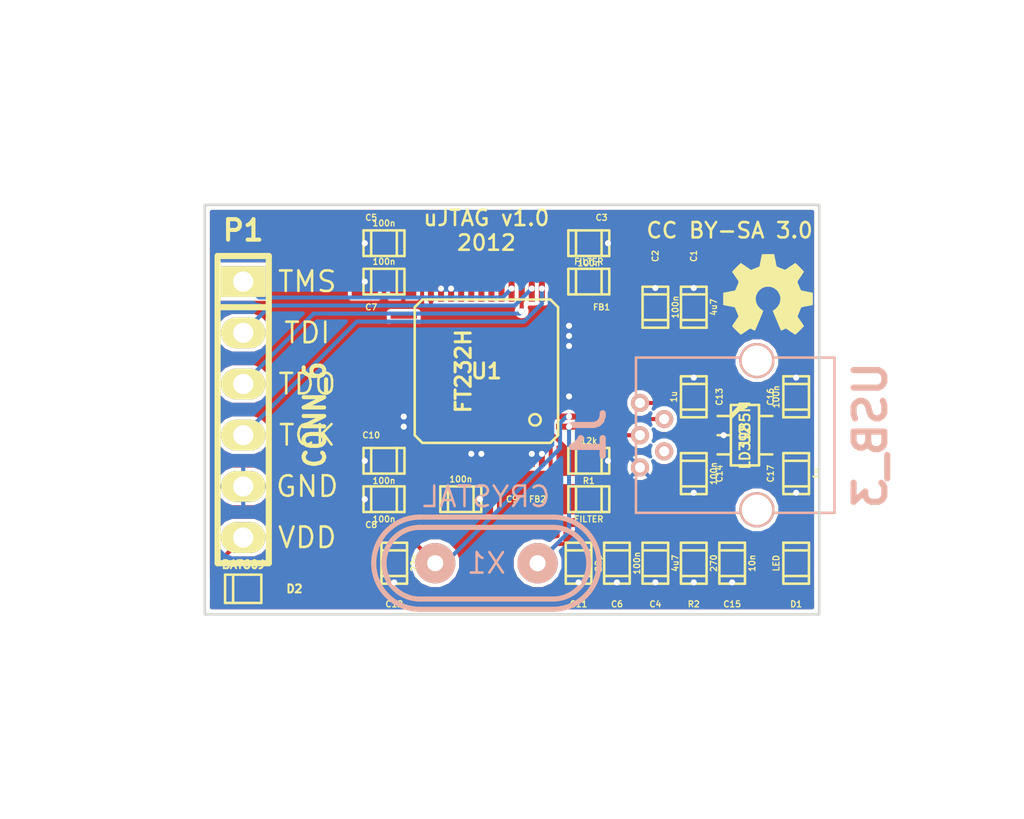
<source format=kicad_pcb>
(kicad_pcb (version 4) (host pcbnew 4.0.2+dfsg1-stable)

  (general
    (links 76)
    (no_connects 0)
    (area 101.6 106.68 152.400001 147.320001)
    (thickness 1.6002)
    (drawings 12)
    (tracks 111)
    (zones 0)
    (modules 29)
    (nets 19)
  )

  (page A4)
  (title_block
    (date "21 aug 2012")
  )

  (layers
    (0 Front signal)
    (31 Back signal)
    (32 B.Adhes user)
    (33 F.Adhes user)
    (34 B.Paste user)
    (35 F.Paste user)
    (36 B.SilkS user)
    (37 F.SilkS user)
    (38 B.Mask user)
    (39 F.Mask user)
    (40 Dwgs.User user)
    (41 Cmts.User user)
    (42 Eco1.User user)
    (43 Eco2.User user)
    (44 Edge.Cuts user)
  )

  (setup
    (last_trace_width 0.20066)
    (trace_clearance 0.1905)
    (zone_clearance 0.1905)
    (zone_45_only no)
    (trace_min 0.1905)
    (segment_width 0.127)
    (edge_width 0.127)
    (via_size 0.3048)
    (via_drill 0.29972)
    (via_min_size 0.2921)
    (via_min_drill 0.2921)
    (uvia_size 0.3048)
    (uvia_drill 0.29972)
    (uvias_allowed no)
    (uvia_min_size 0.2921)
    (uvia_min_drill 0.2921)
    (pcb_text_width 0.127)
    (pcb_text_size 1.016 1.016)
    (mod_edge_width 0.127)
    (mod_text_size 1.016 1.016)
    (mod_text_width 0.127)
    (pad_size 1.524 1.524)
    (pad_drill 0.8128)
    (pad_to_mask_clearance 0.254)
    (aux_axis_origin 0 0)
    (visible_elements FFFFFF7F)
    (pcbplotparams
      (layerselection 0x00030_80000001)
      (usegerberextensions true)
      (excludeedgelayer true)
      (linewidth 0.150000)
      (plotframeref false)
      (viasonmask false)
      (mode 1)
      (useauxorigin false)
      (hpglpennumber 1)
      (hpglpenspeed 20)
      (hpglpendiameter 15)
      (hpglpenoverlay 0)
      (psnegative false)
      (psa4output false)
      (plotreference true)
      (plotvalue true)
      (plotinvisibletext false)
      (padsonsilk false)
      (subtractmaskfromsilk false)
      (outputformat 1)
      (mirror false)
      (drillshape 1)
      (scaleselection 1)
      (outputdirectory ""))
  )

  (net 0 "")
  (net 1 +5V)
  (net 2 /D+)
  (net 3 /D-)
  (net 4 /TCK)
  (net 5 /TDI)
  (net 6 /TDO)
  (net 7 /TMS)
  (net 8 3V3)
  (net 9 GND)
  (net 10 N-000017)
  (net 11 N-000023)
  (net 12 N-000026)
  (net 13 N-000027)
  (net 14 N-000030)
  (net 15 N-000031)
  (net 16 N-000032)
  (net 17 N-000035)
  (net 18 N-000036)

  (net_class Default "This is the default net class."
    (clearance 0.1905)
    (trace_width 0.20066)
    (via_dia 0.3048)
    (via_drill 0.29972)
    (uvia_dia 0.3048)
    (uvia_drill 0.29972)
    (add_net +5V)
    (add_net /D+)
    (add_net /D-)
    (add_net /TCK)
    (add_net /TDI)
    (add_net /TDO)
    (add_net /TMS)
    (add_net 3V3)
    (add_net GND)
    (add_net N-000017)
    (add_net N-000023)
    (add_net N-000026)
    (add_net N-000027)
    (add_net N-000030)
    (add_net N-000031)
    (add_net N-000032)
    (add_net N-000035)
    (add_net N-000036)
  )

  (module sot23-5 (layer Front) (tedit 503195FD) (tstamp 503181E3)
    (at 138.557 128.27 270)
    (descr SOT23-5)
    (path /5031770A)
    (fp_text reference U2 (at 0 0 270) (layer F.SilkS)
      (effects (font (size 0.50038 0.50038) (thickness 0.09906)))
    )
    (fp_text value LD3985M (at 0 0 270) (layer F.SilkS)
      (effects (font (size 0.50038 0.50038) (thickness 0.09906)))
    )
    (fp_line (start -0.8509 0.6985) (end -1.4986 0.0508) (layer F.SilkS) (width 0.127))
    (fp_line (start -1.0033 0.6985) (end -1.4986 0.2032) (layer F.SilkS) (width 0.127))
    (fp_line (start 0.9525 -0.6985) (end 0.9525 -1.3589) (layer F.SilkS) (width 0.127))
    (fp_line (start -0.9525 -0.6985) (end -0.9525 -1.3589) (layer F.SilkS) (width 0.127))
    (fp_line (start 0 0.6985) (end 0 1.3589) (layer F.SilkS) (width 0.127))
    (fp_line (start 0.9525 0.6985) (end 0.9525 1.3589) (layer F.SilkS) (width 0.127))
    (fp_line (start -0.9525 0.6985) (end -0.9525 1.3589) (layer F.SilkS) (width 0.127))
    (fp_line (start -1.4986 -0.6985) (end 1.4986 -0.6985) (layer F.SilkS) (width 0.127))
    (fp_line (start 1.4986 -0.6985) (end 1.4986 0.6985) (layer F.SilkS) (width 0.127))
    (fp_line (start 1.4986 0.6985) (end -1.4986 0.6985) (layer F.SilkS) (width 0.127))
    (fp_line (start -1.4986 0.6985) (end -1.4986 -0.6985) (layer F.SilkS) (width 0.127))
    (pad 1 smd rect (at -0.9525 1.05664 270) (size 0.59944 1.00076) (layers Front F.Paste F.Mask)
      (net 1 +5V))
    (pad 3 smd rect (at 0.9525 1.05664 270) (size 0.59944 1.00076) (layers Front F.Paste F.Mask)
      (net 1 +5V))
    (pad 2 smd rect (at 0 1.05664 270) (size 0.59944 1.00076) (layers Front F.Paste F.Mask)
      (net 9 GND))
    (pad 4 smd rect (at 0.9525 -1.05664 270) (size 0.59944 1.00076) (layers Front F.Paste F.Mask)
      (net 16 N-000032))
    (pad 5 smd rect (at -0.9525 -1.05664 270) (size 0.59944 1.00076) (layers Front F.Paste F.Mask)
      (net 8 3V3))
    (model ../libKiCad/3d/smd_trans/sot23-5.wrl
      (at (xyz 0 0 0))
      (scale (xyz 1 1 1))
      (rotate (xyz 0 0 0))
    )
  )

  (module sod323 (layer Front) (tedit 50319633) (tstamp 50317D82)
    (at 113.665 135.89 180)
    (descr SOD323)
    (path /50317782)
    (fp_text reference D2 (at -2.54 0 180) (layer F.SilkS)
      (effects (font (size 0.39878 0.39878) (thickness 0.09906)))
    )
    (fp_text value BAT60J (at 0 1.19888 180) (layer F.SilkS)
      (effects (font (size 0.39878 0.39878) (thickness 0.09906)))
    )
    (fp_line (start 0.50038 -0.70104) (end 0.50038 0.70104) (layer F.SilkS) (width 0.127))
    (fp_line (start 0.89916 -0.70104) (end -0.89916 -0.70104) (layer F.SilkS) (width 0.127))
    (fp_line (start -0.89916 -0.70104) (end -0.89916 0.70104) (layer F.SilkS) (width 0.127))
    (fp_line (start -0.89916 0.70104) (end 0.89916 0.70104) (layer F.SilkS) (width 0.127))
    (fp_line (start 0.89916 0.70104) (end 0.89916 -0.70104) (layer F.SilkS) (width 0.127))
    (pad 2 smd rect (at 1.09982 0 180) (size 1.00076 0.59944) (layers Front F.Paste F.Mask)
      (net 18 N-000036))
    (pad 1 smd rect (at -1.09982 0 180) (size 1.00076 0.59944) (layers Front F.Paste F.Mask)
      (net 8 3V3))
    (model ../libKiCad/3d/smd_diode/sod323.wrl
      (at (xyz 0 0 0))
      (scale (xyz 1 1 1))
      (rotate (xyz 0 0 0))
    )
  )

  (module r_0805 (layer Front) (tedit 503195D3) (tstamp 503185F9)
    (at 136.017 134.62 90)
    (descr "SMT resistor, 0805")
    (path /50317885)
    (fp_text reference R2 (at -2.032 0 180) (layer F.SilkS)
      (effects (font (size 0.29972 0.29972) (thickness 0.06096)))
    )
    (fp_text value 270 (at 0 0.9906 90) (layer F.SilkS)
      (effects (font (size 0.29972 0.29972) (thickness 0.06096)))
    )
    (fp_line (start 0.635 -0.635) (end 0.635 0.635) (layer F.SilkS) (width 0.127))
    (fp_line (start -0.635 -0.635) (end -0.635 0.6096) (layer F.SilkS) (width 0.127))
    (fp_line (start -1.016 -0.635) (end 1.016 -0.635) (layer F.SilkS) (width 0.127))
    (fp_line (start 1.016 -0.635) (end 1.016 0.635) (layer F.SilkS) (width 0.127))
    (fp_line (start 1.016 0.635) (end -1.016 0.635) (layer F.SilkS) (width 0.127))
    (fp_line (start -1.016 0.635) (end -1.016 -0.635) (layer F.SilkS) (width 0.127))
    (pad 1 smd rect (at 0.9525 0 90) (size 1.30048 1.4986) (layers Front F.Paste F.Mask)
      (net 17 N-000035))
    (pad 2 smd rect (at -0.9525 0 90) (size 1.30048 1.4986) (layers Front F.Paste F.Mask)
      (net 9 GND))
    (model ../libKiCad/3d/smd_resistors/r_0805.wrl
      (at (xyz 0 0 0))
      (scale (xyz 1 1 1))
      (rotate (xyz 0 0 0))
    )
  )

  (module r_0805 (layer Front) (tedit 5006368F) (tstamp 50318605)
    (at 130.81 129.54 180)
    (descr "SMT resistor, 0805")
    (path /50315988)
    (fp_text reference R1 (at 0 -0.9906 180) (layer F.SilkS)
      (effects (font (size 0.29972 0.29972) (thickness 0.06096)))
    )
    (fp_text value 12k (at 0 0.9906 180) (layer F.SilkS)
      (effects (font (size 0.29972 0.29972) (thickness 0.06096)))
    )
    (fp_line (start 0.635 -0.635) (end 0.635 0.635) (layer F.SilkS) (width 0.127))
    (fp_line (start -0.635 -0.635) (end -0.635 0.6096) (layer F.SilkS) (width 0.127))
    (fp_line (start -1.016 -0.635) (end 1.016 -0.635) (layer F.SilkS) (width 0.127))
    (fp_line (start 1.016 -0.635) (end 1.016 0.635) (layer F.SilkS) (width 0.127))
    (fp_line (start 1.016 0.635) (end -1.016 0.635) (layer F.SilkS) (width 0.127))
    (fp_line (start -1.016 0.635) (end -1.016 -0.635) (layer F.SilkS) (width 0.127))
    (pad 1 smd rect (at 0.9525 0 180) (size 1.30048 1.4986) (layers Front F.Paste F.Mask)
      (net 13 N-000027))
    (pad 2 smd rect (at -0.9525 0 180) (size 1.30048 1.4986) (layers Front F.Paste F.Mask)
      (net 9 GND))
    (model ../libKiCad/3d/smd_resistors/r_0805.wrl
      (at (xyz 0 0 0))
      (scale (xyz 1 1 1))
      (rotate (xyz 0 0 0))
    )
  )

  (module r_0805 (layer Front) (tedit 503195A2) (tstamp 503185FF)
    (at 130.81 131.445)
    (descr "SMT resistor, 0805")
    (path /50315AD5)
    (fp_text reference FB2 (at -2.54 0) (layer F.SilkS)
      (effects (font (size 0.29972 0.29972) (thickness 0.06096)))
    )
    (fp_text value FILTER (at 0 0.9906) (layer F.SilkS)
      (effects (font (size 0.29972 0.29972) (thickness 0.06096)))
    )
    (fp_line (start 0.635 -0.635) (end 0.635 0.635) (layer F.SilkS) (width 0.127))
    (fp_line (start -0.635 -0.635) (end -0.635 0.6096) (layer F.SilkS) (width 0.127))
    (fp_line (start -1.016 -0.635) (end 1.016 -0.635) (layer F.SilkS) (width 0.127))
    (fp_line (start 1.016 -0.635) (end 1.016 0.635) (layer F.SilkS) (width 0.127))
    (fp_line (start 1.016 0.635) (end -1.016 0.635) (layer F.SilkS) (width 0.127))
    (fp_line (start -1.016 0.635) (end -1.016 -0.635) (layer F.SilkS) (width 0.127))
    (pad 1 smd rect (at 0.9525 0) (size 1.30048 1.4986) (layers Front F.Paste F.Mask)
      (net 8 3V3))
    (pad 2 smd rect (at -0.9525 0) (size 1.30048 1.4986) (layers Front F.Paste F.Mask)
      (net 10 N-000017))
    (model ../libKiCad/3d/smd_resistors/r_0805.wrl
      (at (xyz 0 0 0))
      (scale (xyz 1 1 1))
      (rotate (xyz 0 0 0))
    )
  )

  (module r_0805 (layer Front) (tedit 50319555) (tstamp 50317D89)
    (at 130.81 120.65 180)
    (descr "SMT resistor, 0805")
    (path /50315ADF)
    (fp_text reference FB1 (at -0.635 -1.27 180) (layer F.SilkS)
      (effects (font (size 0.29972 0.29972) (thickness 0.06096)))
    )
    (fp_text value FILTER (at 0 0.9906 180) (layer F.SilkS)
      (effects (font (size 0.29972 0.29972) (thickness 0.06096)))
    )
    (fp_line (start 0.635 -0.635) (end 0.635 0.635) (layer F.SilkS) (width 0.127))
    (fp_line (start -0.635 -0.635) (end -0.635 0.6096) (layer F.SilkS) (width 0.127))
    (fp_line (start -1.016 -0.635) (end 1.016 -0.635) (layer F.SilkS) (width 0.127))
    (fp_line (start 1.016 -0.635) (end 1.016 0.635) (layer F.SilkS) (width 0.127))
    (fp_line (start 1.016 0.635) (end -1.016 0.635) (layer F.SilkS) (width 0.127))
    (fp_line (start -1.016 0.635) (end -1.016 -0.635) (layer F.SilkS) (width 0.127))
    (pad 1 smd rect (at 0.9525 0 180) (size 1.30048 1.4986) (layers Front F.Paste F.Mask)
      (net 8 3V3))
    (pad 2 smd rect (at -0.9525 0 180) (size 1.30048 1.4986) (layers Front F.Paste F.Mask)
      (net 15 N-000031))
    (model ../libKiCad/3d/smd_resistors/r_0805.wrl
      (at (xyz 0 0 0))
      (scale (xyz 1 1 1))
      (rotate (xyz 0 0 0))
    )
  )

  (module r_0805 (layer Front) (tedit 503195DF) (tstamp 50317D8B)
    (at 141.097 134.62 270)
    (descr "SMT resistor, 0805")
    (path /50317882)
    (fp_text reference D1 (at 2.032 0 360) (layer F.SilkS)
      (effects (font (size 0.29972 0.29972) (thickness 0.06096)))
    )
    (fp_text value LED (at 0 0.9906 270) (layer F.SilkS)
      (effects (font (size 0.29972 0.29972) (thickness 0.06096)))
    )
    (fp_line (start 0.635 -0.635) (end 0.635 0.635) (layer F.SilkS) (width 0.127))
    (fp_line (start -0.635 -0.635) (end -0.635 0.6096) (layer F.SilkS) (width 0.127))
    (fp_line (start -1.016 -0.635) (end 1.016 -0.635) (layer F.SilkS) (width 0.127))
    (fp_line (start 1.016 -0.635) (end 1.016 0.635) (layer F.SilkS) (width 0.127))
    (fp_line (start 1.016 0.635) (end -1.016 0.635) (layer F.SilkS) (width 0.127))
    (fp_line (start -1.016 0.635) (end -1.016 -0.635) (layer F.SilkS) (width 0.127))
    (pad 1 smd rect (at 0.9525 0 270) (size 1.30048 1.4986) (layers Front F.Paste F.Mask)
      (net 8 3V3))
    (pad 2 smd rect (at -0.9525 0 270) (size 1.30048 1.4986) (layers Front F.Paste F.Mask)
      (net 17 N-000035))
    (model ../libKiCad/3d/smd_resistors/r_0805.wrl
      (at (xyz 0 0 0))
      (scale (xyz 1 1 1))
      (rotate (xyz 0 0 0))
    )
  )

  (module pin_strip_6 (layer Front) (tedit 503194D8) (tstamp 50317D8C)
    (at 113.665 127 270)
    (descr "Pin strip 6pin")
    (tags "CONN DEV")
    (path /503178EF)
    (fp_text reference P1 (at -8.89 0 360) (layer F.SilkS)
      (effects (font (size 1.016 1.016) (thickness 0.2032)))
    )
    (fp_text value CONN_6 (at 0.254 -3.556 270) (layer F.SilkS)
      (effects (font (size 1.016 0.889) (thickness 0.2032)))
    )
    (fp_line (start -5.08 -1.27) (end -5.08 1.27) (layer F.SilkS) (width 0.3048))
    (fp_line (start -7.62 1.27) (end -7.62 -1.27) (layer F.SilkS) (width 0.3048))
    (fp_line (start -7.62 -1.27) (end 7.62 -1.27) (layer F.SilkS) (width 0.3048))
    (fp_line (start 7.62 -1.27) (end 7.62 1.27) (layer F.SilkS) (width 0.3048))
    (fp_line (start 7.62 1.27) (end -7.62 1.27) (layer F.SilkS) (width 0.3048))
    (pad 1 thru_hole rect (at -6.35 0 270) (size 1.524 2.19964) (drill 1.00076) (layers *.Cu *.Mask F.SilkS)
      (net 7 /TMS))
    (pad 2 thru_hole oval (at -3.81 0 270) (size 1.524 2.19964) (drill 1.00076) (layers *.Cu *.Mask F.SilkS)
      (net 5 /TDI))
    (pad 3 thru_hole oval (at -1.27 0 270) (size 1.524 2.19964) (drill 1.00076) (layers *.Cu *.Mask F.SilkS)
      (net 6 /TDO))
    (pad 4 thru_hole oval (at 1.27 0 270) (size 1.524 2.19964) (drill 1.00076) (layers *.Cu *.Mask F.SilkS)
      (net 4 /TCK))
    (pad 5 thru_hole oval (at 3.81 0 270) (size 1.524 2.19964) (drill 1.00076) (layers *.Cu *.Mask F.SilkS)
      (net 9 GND))
    (pad 6 thru_hole oval (at 6.35 0 270) (size 1.524 2.19964) (drill 1.00076) (layers *.Cu *.Mask F.SilkS)
      (net 18 N-000036))
    (model ../libKiCad/3d/pin_strip/pin_strip_6.wrl
      (at (xyz 0 0 0))
      (scale (xyz 1 1 1))
      (rotate (xyz 0 0 0))
    )
  )

  (module conn_usb_mini_th (layer Back) (tedit 50063B7D) (tstamp 50317D90)
    (at 133.35 128.27 270)
    (path /50316161)
    (fp_text reference J1 (at 0 2.54 270) (layer B.SilkS)
      (effects (font (thickness 0.3048)) (justify mirror))
    )
    (fp_text value USB_3 (at 0 -11.43 270) (layer B.SilkS)
      (effects (font (thickness 0.3048)) (justify mirror))
    )
    (fp_line (start 3.85064 -9.64946) (end 3.85064 0.20066) (layer B.SilkS) (width 0.127))
    (fp_line (start 3.85064 0.20066) (end -3.85064 0.20066) (layer B.SilkS) (width 0.127))
    (fp_line (start -3.85064 0.20066) (end -3.85064 -9.64946) (layer B.SilkS) (width 0.127))
    (fp_line (start -3.85064 -9.64946) (end 3.85064 -9.64946) (layer B.SilkS) (width 0.127))
    (pad 3 thru_hole circle (at 0 0 270) (size 0.89916 0.89916) (drill 0.50038) (layers *.Cu *.Mask B.SilkS)
      (net 3 /D-))
    (pad 1 thru_hole circle (at -1.6002 0 270) (size 0.89916 0.89916) (drill 0.50038) (layers *.Cu *.Mask B.SilkS)
      (net 1 +5V))
    (pad 5 thru_hole circle (at 1.6002 0 270) (size 0.89916 0.89916) (drill 0.50038) (layers *.Cu *.Mask B.SilkS)
      (net 9 GND))
    (pad 2 thru_hole circle (at -0.8001 -1.19888 270) (size 0.89916 0.89916) (drill 0.50038) (layers *.Cu *.Mask B.SilkS)
      (net 2 /D+))
    (pad 4 thru_hole circle (at 0.8001 -1.19888 270) (size 0.89916 0.89916) (drill 0.50038) (layers *.Cu *.Mask B.SilkS))
    (pad SH1 thru_hole circle (at -3.70078 -5.79882 270) (size 1.75006 1.75006) (drill 1.50114) (layers *.Cu *.Mask B.SilkS))
    (pad SH2 thru_hole circle (at 3.70078 -5.79882 270) (size 1.75006 1.75006) (drill 1.50114) (layers *.Cu *.Mask B.SilkS))
  )

  (module c_0805 (layer Front) (tedit 503195DB) (tstamp 503185FC)
    (at 137.922 134.62 90)
    (descr "SMT capacitor, 0805")
    (path /50317731)
    (fp_text reference C15 (at -2.032 0 180) (layer F.SilkS)
      (effects (font (size 0.29972 0.29972) (thickness 0.06096)))
    )
    (fp_text value 10n (at 0 0.9906 90) (layer F.SilkS)
      (effects (font (size 0.29972 0.29972) (thickness 0.06096)))
    )
    (fp_line (start 0.635 -0.635) (end 0.635 0.635) (layer F.SilkS) (width 0.127))
    (fp_line (start -0.635 -0.635) (end -0.635 0.6096) (layer F.SilkS) (width 0.127))
    (fp_line (start -1.016 -0.635) (end 1.016 -0.635) (layer F.SilkS) (width 0.127))
    (fp_line (start 1.016 -0.635) (end 1.016 0.635) (layer F.SilkS) (width 0.127))
    (fp_line (start 1.016 0.635) (end -1.016 0.635) (layer F.SilkS) (width 0.127))
    (fp_line (start -1.016 0.635) (end -1.016 -0.635) (layer F.SilkS) (width 0.127))
    (pad 1 smd rect (at 0.9525 0 90) (size 1.30048 1.4986) (layers Front F.Paste F.Mask)
      (net 16 N-000032))
    (pad 2 smd rect (at -0.9525 0 90) (size 1.30048 1.4986) (layers Front F.Paste F.Mask)
      (net 9 GND))
    (model ../libKiCad/3d/smd_cap/c_0805.wrl
      (at (xyz 0 0 0))
      (scale (xyz 1 1 1))
      (rotate (xyz 0 0 0))
    )
  )

  (module c_0805 (layer Front) (tedit 503195E9) (tstamp 503181E9)
    (at 141.097 130.175 90)
    (descr "SMT capacitor, 0805")
    (path /50317738)
    (fp_text reference C17 (at 0 -1.27 90) (layer F.SilkS)
      (effects (font (size 0.29972 0.29972) (thickness 0.06096)))
    )
    (fp_text value 1u (at 0 0.9906 90) (layer F.SilkS)
      (effects (font (size 0.29972 0.29972) (thickness 0.06096)))
    )
    (fp_line (start 0.635 -0.635) (end 0.635 0.635) (layer F.SilkS) (width 0.127))
    (fp_line (start -0.635 -0.635) (end -0.635 0.6096) (layer F.SilkS) (width 0.127))
    (fp_line (start -1.016 -0.635) (end 1.016 -0.635) (layer F.SilkS) (width 0.127))
    (fp_line (start 1.016 -0.635) (end 1.016 0.635) (layer F.SilkS) (width 0.127))
    (fp_line (start 1.016 0.635) (end -1.016 0.635) (layer F.SilkS) (width 0.127))
    (fp_line (start -1.016 0.635) (end -1.016 -0.635) (layer F.SilkS) (width 0.127))
    (pad 1 smd rect (at 0.9525 0 90) (size 1.30048 1.4986) (layers Front F.Paste F.Mask)
      (net 8 3V3))
    (pad 2 smd rect (at -0.9525 0 90) (size 1.30048 1.4986) (layers Front F.Paste F.Mask)
      (net 9 GND))
    (model ../libKiCad/3d/smd_cap/c_0805.wrl
      (at (xyz 0 0 0))
      (scale (xyz 1 1 1))
      (rotate (xyz 0 0 0))
    )
  )

  (module c_0805 (layer Front) (tedit 503195F3) (tstamp 503181E6)
    (at 141.097 126.365 270)
    (descr "SMT capacitor, 0805")
    (path /50317734)
    (fp_text reference C16 (at 0 1.27 270) (layer F.SilkS)
      (effects (font (size 0.29972 0.29972) (thickness 0.06096)))
    )
    (fp_text value 100n (at 0 0.9906 270) (layer F.SilkS)
      (effects (font (size 0.29972 0.29972) (thickness 0.06096)))
    )
    (fp_line (start 0.635 -0.635) (end 0.635 0.635) (layer F.SilkS) (width 0.127))
    (fp_line (start -0.635 -0.635) (end -0.635 0.6096) (layer F.SilkS) (width 0.127))
    (fp_line (start -1.016 -0.635) (end 1.016 -0.635) (layer F.SilkS) (width 0.127))
    (fp_line (start 1.016 -0.635) (end 1.016 0.635) (layer F.SilkS) (width 0.127))
    (fp_line (start 1.016 0.635) (end -1.016 0.635) (layer F.SilkS) (width 0.127))
    (fp_line (start -1.016 0.635) (end -1.016 -0.635) (layer F.SilkS) (width 0.127))
    (pad 1 smd rect (at 0.9525 0 270) (size 1.30048 1.4986) (layers Front F.Paste F.Mask)
      (net 8 3V3))
    (pad 2 smd rect (at -0.9525 0 270) (size 1.30048 1.4986) (layers Front F.Paste F.Mask)
      (net 9 GND))
    (model ../libKiCad/3d/smd_cap/c_0805.wrl
      (at (xyz 0 0 0))
      (scale (xyz 1 1 1))
      (rotate (xyz 0 0 0))
    )
  )

  (module c_0805 (layer Front) (tedit 50319616) (tstamp 50317D97)
    (at 136.017 121.92 90)
    (descr "SMT capacitor, 0805")
    (path /50315AB1)
    (fp_text reference C1 (at 2.54 0 90) (layer F.SilkS)
      (effects (font (size 0.29972 0.29972) (thickness 0.06096)))
    )
    (fp_text value 4u7 (at 0 0.9906 90) (layer F.SilkS)
      (effects (font (size 0.29972 0.29972) (thickness 0.06096)))
    )
    (fp_line (start 0.635 -0.635) (end 0.635 0.635) (layer F.SilkS) (width 0.127))
    (fp_line (start -0.635 -0.635) (end -0.635 0.6096) (layer F.SilkS) (width 0.127))
    (fp_line (start -1.016 -0.635) (end 1.016 -0.635) (layer F.SilkS) (width 0.127))
    (fp_line (start 1.016 -0.635) (end 1.016 0.635) (layer F.SilkS) (width 0.127))
    (fp_line (start 1.016 0.635) (end -1.016 0.635) (layer F.SilkS) (width 0.127))
    (fp_line (start -1.016 0.635) (end -1.016 -0.635) (layer F.SilkS) (width 0.127))
    (pad 1 smd rect (at 0.9525 0 90) (size 1.30048 1.4986) (layers Front F.Paste F.Mask)
      (net 9 GND))
    (pad 2 smd rect (at -0.9525 0 90) (size 1.30048 1.4986) (layers Front F.Paste F.Mask)
      (net 15 N-000031))
    (model ../libKiCad/3d/smd_cap/c_0805.wrl
      (at (xyz 0 0 0))
      (scale (xyz 1 1 1))
      (rotate (xyz 0 0 0))
    )
  )

  (module c_0805 (layer Front) (tedit 50319609) (tstamp 503180EA)
    (at 136.017 130.175 90)
    (descr "SMT capacitor, 0805")
    (path /50317716)
    (fp_text reference C14 (at 0 1.27 90) (layer F.SilkS)
      (effects (font (size 0.29972 0.29972) (thickness 0.06096)))
    )
    (fp_text value 100n (at 0 0.9906 90) (layer F.SilkS)
      (effects (font (size 0.29972 0.29972) (thickness 0.06096)))
    )
    (fp_line (start 0.635 -0.635) (end 0.635 0.635) (layer F.SilkS) (width 0.127))
    (fp_line (start -0.635 -0.635) (end -0.635 0.6096) (layer F.SilkS) (width 0.127))
    (fp_line (start -1.016 -0.635) (end 1.016 -0.635) (layer F.SilkS) (width 0.127))
    (fp_line (start 1.016 -0.635) (end 1.016 0.635) (layer F.SilkS) (width 0.127))
    (fp_line (start 1.016 0.635) (end -1.016 0.635) (layer F.SilkS) (width 0.127))
    (fp_line (start -1.016 0.635) (end -1.016 -0.635) (layer F.SilkS) (width 0.127))
    (pad 1 smd rect (at 0.9525 0 90) (size 1.30048 1.4986) (layers Front F.Paste F.Mask)
      (net 1 +5V))
    (pad 2 smd rect (at -0.9525 0 90) (size 1.30048 1.4986) (layers Front F.Paste F.Mask)
      (net 9 GND))
    (model ../libKiCad/3d/smd_cap/c_0805.wrl
      (at (xyz 0 0 0))
      (scale (xyz 1 1 1))
      (rotate (xyz 0 0 0))
    )
  )

  (module c_0805 (layer Front) (tedit 5031960E) (tstamp 503180ED)
    (at 136.017 126.365 270)
    (descr "SMT capacitor, 0805")
    (path /50317719)
    (fp_text reference C13 (at 0 -1.27 270) (layer F.SilkS)
      (effects (font (size 0.29972 0.29972) (thickness 0.06096)))
    )
    (fp_text value 1u (at 0 0.9906 270) (layer F.SilkS)
      (effects (font (size 0.29972 0.29972) (thickness 0.06096)))
    )
    (fp_line (start 0.635 -0.635) (end 0.635 0.635) (layer F.SilkS) (width 0.127))
    (fp_line (start -0.635 -0.635) (end -0.635 0.6096) (layer F.SilkS) (width 0.127))
    (fp_line (start -1.016 -0.635) (end 1.016 -0.635) (layer F.SilkS) (width 0.127))
    (fp_line (start 1.016 -0.635) (end 1.016 0.635) (layer F.SilkS) (width 0.127))
    (fp_line (start 1.016 0.635) (end -1.016 0.635) (layer F.SilkS) (width 0.127))
    (fp_line (start -1.016 0.635) (end -1.016 -0.635) (layer F.SilkS) (width 0.127))
    (pad 1 smd rect (at 0.9525 0 270) (size 1.30048 1.4986) (layers Front F.Paste F.Mask)
      (net 1 +5V))
    (pad 2 smd rect (at -0.9525 0 270) (size 1.30048 1.4986) (layers Front F.Paste F.Mask)
      (net 9 GND))
    (model ../libKiCad/3d/smd_cap/c_0805.wrl
      (at (xyz 0 0 0))
      (scale (xyz 1 1 1))
      (rotate (xyz 0 0 0))
    )
  )

  (module c_0805 (layer Front) (tedit 50319678) (tstamp 50318608)
    (at 121.158 134.62 90)
    (descr "SMT capacitor, 0805")
    (path /50315977)
    (fp_text reference C12 (at -2.032 0 180) (layer F.SilkS)
      (effects (font (size 0.29972 0.29972) (thickness 0.06096)))
    )
    (fp_text value 22p (at 0 0.9906 90) (layer F.SilkS)
      (effects (font (size 0.29972 0.29972) (thickness 0.06096)))
    )
    (fp_line (start 0.635 -0.635) (end 0.635 0.635) (layer F.SilkS) (width 0.127))
    (fp_line (start -0.635 -0.635) (end -0.635 0.6096) (layer F.SilkS) (width 0.127))
    (fp_line (start -1.016 -0.635) (end 1.016 -0.635) (layer F.SilkS) (width 0.127))
    (fp_line (start 1.016 -0.635) (end 1.016 0.635) (layer F.SilkS) (width 0.127))
    (fp_line (start 1.016 0.635) (end -1.016 0.635) (layer F.SilkS) (width 0.127))
    (fp_line (start -1.016 0.635) (end -1.016 -0.635) (layer F.SilkS) (width 0.127))
    (pad 1 smd rect (at 0.9525 0 90) (size 1.30048 1.4986) (layers Front F.Paste F.Mask)
      (net 14 N-000030))
    (pad 2 smd rect (at -0.9525 0 90) (size 1.30048 1.4986) (layers Front F.Paste F.Mask)
      (net 9 GND))
    (model ../libKiCad/3d/smd_cap/c_0805.wrl
      (at (xyz 0 0 0))
      (scale (xyz 1 1 1))
      (rotate (xyz 0 0 0))
    )
  )

  (module c_0805 (layer Front) (tedit 503195C1) (tstamp 503187C9)
    (at 130.302 134.62 90)
    (descr "SMT capacitor, 0805")
    (path /50315950)
    (fp_text reference C11 (at -2.032 0 180) (layer F.SilkS)
      (effects (font (size 0.29972 0.29972) (thickness 0.06096)))
    )
    (fp_text value 22p (at 0 0.9906 90) (layer F.SilkS)
      (effects (font (size 0.29972 0.29972) (thickness 0.06096)))
    )
    (fp_line (start 0.635 -0.635) (end 0.635 0.635) (layer F.SilkS) (width 0.127))
    (fp_line (start -0.635 -0.635) (end -0.635 0.6096) (layer F.SilkS) (width 0.127))
    (fp_line (start -1.016 -0.635) (end 1.016 -0.635) (layer F.SilkS) (width 0.127))
    (fp_line (start 1.016 -0.635) (end 1.016 0.635) (layer F.SilkS) (width 0.127))
    (fp_line (start 1.016 0.635) (end -1.016 0.635) (layer F.SilkS) (width 0.127))
    (fp_line (start -1.016 0.635) (end -1.016 -0.635) (layer F.SilkS) (width 0.127))
    (pad 1 smd rect (at 0.9525 0 90) (size 1.30048 1.4986) (layers Front F.Paste F.Mask)
      (net 12 N-000026))
    (pad 2 smd rect (at -0.9525 0 90) (size 1.30048 1.4986) (layers Front F.Paste F.Mask)
      (net 9 GND))
    (model ../libKiCad/3d/smd_cap/c_0805.wrl
      (at (xyz 0 0 0))
      (scale (xyz 1 1 1))
      (rotate (xyz 0 0 0))
    )
  )

  (module c_0805 (layer Front) (tedit 50319585) (tstamp 50317DA1)
    (at 120.65 129.54)
    (descr "SMT capacitor, 0805")
    (path /503159B1)
    (fp_text reference C10 (at -0.635 -1.27) (layer F.SilkS)
      (effects (font (size 0.29972 0.29972) (thickness 0.06096)))
    )
    (fp_text value 100n (at 0 0.9906) (layer F.SilkS)
      (effects (font (size 0.29972 0.29972) (thickness 0.06096)))
    )
    (fp_line (start 0.635 -0.635) (end 0.635 0.635) (layer F.SilkS) (width 0.127))
    (fp_line (start -0.635 -0.635) (end -0.635 0.6096) (layer F.SilkS) (width 0.127))
    (fp_line (start -1.016 -0.635) (end 1.016 -0.635) (layer F.SilkS) (width 0.127))
    (fp_line (start 1.016 -0.635) (end 1.016 0.635) (layer F.SilkS) (width 0.127))
    (fp_line (start 1.016 0.635) (end -1.016 0.635) (layer F.SilkS) (width 0.127))
    (fp_line (start -1.016 0.635) (end -1.016 -0.635) (layer F.SilkS) (width 0.127))
    (pad 1 smd rect (at 0.9525 0) (size 1.30048 1.4986) (layers Front F.Paste F.Mask)
      (net 11 N-000023))
    (pad 2 smd rect (at -0.9525 0) (size 1.30048 1.4986) (layers Front F.Paste F.Mask)
      (net 9 GND))
    (model ../libKiCad/3d/smd_cap/c_0805.wrl
      (at (xyz 0 0 0))
      (scale (xyz 1 1 1))
      (rotate (xyz 0 0 0))
    )
  )

  (module c_0805 (layer Front) (tedit 5031959A) (tstamp 50317DA3)
    (at 124.46 131.445 180)
    (descr "SMT capacitor, 0805")
    (path /503159B6)
    (fp_text reference C9 (at -2.54 0 180) (layer F.SilkS)
      (effects (font (size 0.29972 0.29972) (thickness 0.06096)))
    )
    (fp_text value 100n (at 0 0.9906 180) (layer F.SilkS)
      (effects (font (size 0.29972 0.29972) (thickness 0.06096)))
    )
    (fp_line (start 0.635 -0.635) (end 0.635 0.635) (layer F.SilkS) (width 0.127))
    (fp_line (start -0.635 -0.635) (end -0.635 0.6096) (layer F.SilkS) (width 0.127))
    (fp_line (start -1.016 -0.635) (end 1.016 -0.635) (layer F.SilkS) (width 0.127))
    (fp_line (start 1.016 -0.635) (end 1.016 0.635) (layer F.SilkS) (width 0.127))
    (fp_line (start 1.016 0.635) (end -1.016 0.635) (layer F.SilkS) (width 0.127))
    (fp_line (start -1.016 0.635) (end -1.016 -0.635) (layer F.SilkS) (width 0.127))
    (pad 1 smd rect (at 0.9525 0 180) (size 1.30048 1.4986) (layers Front F.Paste F.Mask)
      (net 8 3V3))
    (pad 2 smd rect (at -0.9525 0 180) (size 1.30048 1.4986) (layers Front F.Paste F.Mask)
      (net 9 GND))
    (model ../libKiCad/3d/smd_cap/c_0805.wrl
      (at (xyz 0 0 0))
      (scale (xyz 1 1 1))
      (rotate (xyz 0 0 0))
    )
  )

  (module c_0805 (layer Front) (tedit 5031958D) (tstamp 5031860B)
    (at 120.65 131.445)
    (descr "SMT capacitor, 0805")
    (path /503159F2)
    (fp_text reference C8 (at -0.635 1.27) (layer F.SilkS)
      (effects (font (size 0.29972 0.29972) (thickness 0.06096)))
    )
    (fp_text value 100n (at 0 0.9906) (layer F.SilkS)
      (effects (font (size 0.29972 0.29972) (thickness 0.06096)))
    )
    (fp_line (start 0.635 -0.635) (end 0.635 0.635) (layer F.SilkS) (width 0.127))
    (fp_line (start -0.635 -0.635) (end -0.635 0.6096) (layer F.SilkS) (width 0.127))
    (fp_line (start -1.016 -0.635) (end 1.016 -0.635) (layer F.SilkS) (width 0.127))
    (fp_line (start 1.016 -0.635) (end 1.016 0.635) (layer F.SilkS) (width 0.127))
    (fp_line (start 1.016 0.635) (end -1.016 0.635) (layer F.SilkS) (width 0.127))
    (fp_line (start -1.016 0.635) (end -1.016 -0.635) (layer F.SilkS) (width 0.127))
    (pad 1 smd rect (at 0.9525 0) (size 1.30048 1.4986) (layers Front F.Paste F.Mask)
      (net 8 3V3))
    (pad 2 smd rect (at -0.9525 0) (size 1.30048 1.4986) (layers Front F.Paste F.Mask)
      (net 9 GND))
    (model ../libKiCad/3d/smd_cap/c_0805.wrl
      (at (xyz 0 0 0))
      (scale (xyz 1 1 1))
      (rotate (xyz 0 0 0))
    )
  )

  (module c_0805 (layer Front) (tedit 5031957B) (tstamp 50317DA7)
    (at 120.65 120.65 180)
    (descr "SMT capacitor, 0805")
    (path /50315A61)
    (fp_text reference C7 (at 0.635 -1.27 180) (layer F.SilkS)
      (effects (font (size 0.29972 0.29972) (thickness 0.06096)))
    )
    (fp_text value 100n (at 0 0.9906 180) (layer F.SilkS)
      (effects (font (size 0.29972 0.29972) (thickness 0.06096)))
    )
    (fp_line (start 0.635 -0.635) (end 0.635 0.635) (layer F.SilkS) (width 0.127))
    (fp_line (start -0.635 -0.635) (end -0.635 0.6096) (layer F.SilkS) (width 0.127))
    (fp_line (start -1.016 -0.635) (end 1.016 -0.635) (layer F.SilkS) (width 0.127))
    (fp_line (start 1.016 -0.635) (end 1.016 0.635) (layer F.SilkS) (width 0.127))
    (fp_line (start 1.016 0.635) (end -1.016 0.635) (layer F.SilkS) (width 0.127))
    (fp_line (start -1.016 0.635) (end -1.016 -0.635) (layer F.SilkS) (width 0.127))
    (pad 1 smd rect (at 0.9525 0 180) (size 1.30048 1.4986) (layers Front F.Paste F.Mask)
      (net 9 GND))
    (pad 2 smd rect (at -0.9525 0 180) (size 1.30048 1.4986) (layers Front F.Paste F.Mask)
      (net 8 3V3))
    (model ../libKiCad/3d/smd_cap/c_0805.wrl
      (at (xyz 0 0 0))
      (scale (xyz 1 1 1))
      (rotate (xyz 0 0 0))
    )
  )

  (module c_0805 (layer Front) (tedit 503195C8) (tstamp 50317DA9)
    (at 132.207 134.62 90)
    (descr "SMT capacitor, 0805")
    (path /50315AC5)
    (fp_text reference C6 (at -2.032 0 180) (layer F.SilkS)
      (effects (font (size 0.29972 0.29972) (thickness 0.06096)))
    )
    (fp_text value 100n (at 0 0.9906 90) (layer F.SilkS)
      (effects (font (size 0.29972 0.29972) (thickness 0.06096)))
    )
    (fp_line (start 0.635 -0.635) (end 0.635 0.635) (layer F.SilkS) (width 0.127))
    (fp_line (start -0.635 -0.635) (end -0.635 0.6096) (layer F.SilkS) (width 0.127))
    (fp_line (start -1.016 -0.635) (end 1.016 -0.635) (layer F.SilkS) (width 0.127))
    (fp_line (start 1.016 -0.635) (end 1.016 0.635) (layer F.SilkS) (width 0.127))
    (fp_line (start 1.016 0.635) (end -1.016 0.635) (layer F.SilkS) (width 0.127))
    (fp_line (start -1.016 0.635) (end -1.016 -0.635) (layer F.SilkS) (width 0.127))
    (pad 1 smd rect (at 0.9525 0 90) (size 1.30048 1.4986) (layers Front F.Paste F.Mask)
      (net 10 N-000017))
    (pad 2 smd rect (at -0.9525 0 90) (size 1.30048 1.4986) (layers Front F.Paste F.Mask)
      (net 9 GND))
    (model ../libKiCad/3d/smd_cap/c_0805.wrl
      (at (xyz 0 0 0))
      (scale (xyz 1 1 1))
      (rotate (xyz 0 0 0))
    )
  )

  (module c_0805 (layer Front) (tedit 50319575) (tstamp 50317DAB)
    (at 120.65 118.745 180)
    (descr "SMT capacitor, 0805")
    (path /50315A69)
    (fp_text reference C5 (at 0.635 1.27 180) (layer F.SilkS)
      (effects (font (size 0.29972 0.29972) (thickness 0.06096)))
    )
    (fp_text value 100n (at 0 0.9906 180) (layer F.SilkS)
      (effects (font (size 0.29972 0.29972) (thickness 0.06096)))
    )
    (fp_line (start 0.635 -0.635) (end 0.635 0.635) (layer F.SilkS) (width 0.127))
    (fp_line (start -0.635 -0.635) (end -0.635 0.6096) (layer F.SilkS) (width 0.127))
    (fp_line (start -1.016 -0.635) (end 1.016 -0.635) (layer F.SilkS) (width 0.127))
    (fp_line (start 1.016 -0.635) (end 1.016 0.635) (layer F.SilkS) (width 0.127))
    (fp_line (start 1.016 0.635) (end -1.016 0.635) (layer F.SilkS) (width 0.127))
    (fp_line (start -1.016 0.635) (end -1.016 -0.635) (layer F.SilkS) (width 0.127))
    (pad 1 smd rect (at 0.9525 0 180) (size 1.30048 1.4986) (layers Front F.Paste F.Mask)
      (net 9 GND))
    (pad 2 smd rect (at -0.9525 0 180) (size 1.30048 1.4986) (layers Front F.Paste F.Mask)
      (net 8 3V3))
    (model ../libKiCad/3d/smd_cap/c_0805.wrl
      (at (xyz 0 0 0))
      (scale (xyz 1 1 1))
      (rotate (xyz 0 0 0))
    )
  )

  (module c_0805 (layer Front) (tedit 503195CE) (tstamp 50317DAD)
    (at 134.112 134.62 90)
    (descr "SMT capacitor, 0805")
    (path /50315AC7)
    (fp_text reference C4 (at -2.032 0 180) (layer F.SilkS)
      (effects (font (size 0.29972 0.29972) (thickness 0.06096)))
    )
    (fp_text value 4u7 (at 0 0.9906 90) (layer F.SilkS)
      (effects (font (size 0.29972 0.29972) (thickness 0.06096)))
    )
    (fp_line (start 0.635 -0.635) (end 0.635 0.635) (layer F.SilkS) (width 0.127))
    (fp_line (start -0.635 -0.635) (end -0.635 0.6096) (layer F.SilkS) (width 0.127))
    (fp_line (start -1.016 -0.635) (end 1.016 -0.635) (layer F.SilkS) (width 0.127))
    (fp_line (start 1.016 -0.635) (end 1.016 0.635) (layer F.SilkS) (width 0.127))
    (fp_line (start 1.016 0.635) (end -1.016 0.635) (layer F.SilkS) (width 0.127))
    (fp_line (start -1.016 0.635) (end -1.016 -0.635) (layer F.SilkS) (width 0.127))
    (pad 1 smd rect (at 0.9525 0 90) (size 1.30048 1.4986) (layers Front F.Paste F.Mask)
      (net 10 N-000017))
    (pad 2 smd rect (at -0.9525 0 90) (size 1.30048 1.4986) (layers Front F.Paste F.Mask)
      (net 9 GND))
    (model ../libKiCad/3d/smd_cap/c_0805.wrl
      (at (xyz 0 0 0))
      (scale (xyz 1 1 1))
      (rotate (xyz 0 0 0))
    )
  )

  (module c_0805 (layer Front) (tedit 5031955A) (tstamp 50317DAF)
    (at 130.81 118.745)
    (descr "SMT capacitor, 0805")
    (path /50315A6C)
    (fp_text reference C3 (at 0.635 -1.27) (layer F.SilkS)
      (effects (font (size 0.29972 0.29972) (thickness 0.06096)))
    )
    (fp_text value 100n (at 0 0.9906) (layer F.SilkS)
      (effects (font (size 0.29972 0.29972) (thickness 0.06096)))
    )
    (fp_line (start 0.635 -0.635) (end 0.635 0.635) (layer F.SilkS) (width 0.127))
    (fp_line (start -0.635 -0.635) (end -0.635 0.6096) (layer F.SilkS) (width 0.127))
    (fp_line (start -1.016 -0.635) (end 1.016 -0.635) (layer F.SilkS) (width 0.127))
    (fp_line (start 1.016 -0.635) (end 1.016 0.635) (layer F.SilkS) (width 0.127))
    (fp_line (start 1.016 0.635) (end -1.016 0.635) (layer F.SilkS) (width 0.127))
    (fp_line (start -1.016 0.635) (end -1.016 -0.635) (layer F.SilkS) (width 0.127))
    (pad 1 smd rect (at 0.9525 0) (size 1.30048 1.4986) (layers Front F.Paste F.Mask)
      (net 9 GND))
    (pad 2 smd rect (at -0.9525 0) (size 1.30048 1.4986) (layers Front F.Paste F.Mask)
      (net 8 3V3))
    (model ../libKiCad/3d/smd_cap/c_0805.wrl
      (at (xyz 0 0 0))
      (scale (xyz 1 1 1))
      (rotate (xyz 0 0 0))
    )
  )

  (module c_0805 (layer Front) (tedit 5031961D) (tstamp 50317DB1)
    (at 134.112 121.92 90)
    (descr "SMT capacitor, 0805")
    (path /50315AAE)
    (fp_text reference C2 (at 2.54 0 90) (layer F.SilkS)
      (effects (font (size 0.29972 0.29972) (thickness 0.06096)))
    )
    (fp_text value 100n (at 0 0.9906 90) (layer F.SilkS)
      (effects (font (size 0.29972 0.29972) (thickness 0.06096)))
    )
    (fp_line (start 0.635 -0.635) (end 0.635 0.635) (layer F.SilkS) (width 0.127))
    (fp_line (start -0.635 -0.635) (end -0.635 0.6096) (layer F.SilkS) (width 0.127))
    (fp_line (start -1.016 -0.635) (end 1.016 -0.635) (layer F.SilkS) (width 0.127))
    (fp_line (start 1.016 -0.635) (end 1.016 0.635) (layer F.SilkS) (width 0.127))
    (fp_line (start 1.016 0.635) (end -1.016 0.635) (layer F.SilkS) (width 0.127))
    (fp_line (start -1.016 0.635) (end -1.016 -0.635) (layer F.SilkS) (width 0.127))
    (pad 1 smd rect (at 0.9525 0 90) (size 1.30048 1.4986) (layers Front F.Paste F.Mask)
      (net 9 GND))
    (pad 2 smd rect (at -0.9525 0 90) (size 1.30048 1.4986) (layers Front F.Paste F.Mask)
      (net 15 N-000031))
    (model ../libKiCad/3d/smd_cap/c_0805.wrl
      (at (xyz 0 0 0))
      (scale (xyz 1 1 1))
      (rotate (xyz 0 0 0))
    )
  )

  (module hc-49s (layer Back) (tedit 503194DF) (tstamp 50318678)
    (at 125.73 134.62)
    (descr "Crystal, HC-49S")
    (tags QUARTZ)
    (path /50315932)
    (autoplace_cost180 10)
    (fp_text reference X1 (at 0 0) (layer B.SilkS)
      (effects (font (size 1.016 1.016) (thickness 0.127)) (justify mirror))
    )
    (fp_text value CRYSTAL (at 0 -3.302) (layer B.SilkS)
      (effects (font (size 1.016 1.016) (thickness 0.127)) (justify mirror))
    )
    (fp_arc (start 3.302 0) (end 3.302 2.286) (angle -90) (layer B.SilkS) (width 0.254))
    (fp_line (start -3.302 -1.778) (end 3.302 -1.778) (layer B.SilkS) (width 0.254))
    (fp_line (start 3.302 1.778) (end -3.302 1.778) (layer B.SilkS) (width 0.254))
    (fp_arc (start 3.302 0) (end 5.08 0) (angle -90) (layer B.SilkS) (width 0.254))
    (fp_arc (start 3.302 0) (end 3.302 1.778) (angle -90) (layer B.SilkS) (width 0.254))
    (fp_arc (start -3.302 0) (end -3.302 -1.778) (angle -90) (layer B.SilkS) (width 0.254))
    (fp_arc (start -3.302 0) (end -5.08 0) (angle -90) (layer B.SilkS) (width 0.254))
    (fp_arc (start 3.302 0) (end 5.588 0) (angle -90) (layer B.SilkS) (width 0.254))
    (fp_line (start 3.302 -2.286) (end -3.302 -2.286) (layer B.SilkS) (width 0.254))
    (fp_line (start -3.302 2.286) (end 3.302 2.286) (layer B.SilkS) (width 0.254))
    (fp_arc (start -3.302 0) (end -3.302 -2.286) (angle -90) (layer B.SilkS) (width 0.254))
    (fp_arc (start -3.302 0) (end -5.588 0) (angle -90) (layer B.SilkS) (width 0.254))
    (pad 1 thru_hole circle (at -2.54 0) (size 1.99898 1.99898) (drill 0.8001) (layers *.Cu *.Mask B.SilkS)
      (net 14 N-000030))
    (pad 2 thru_hole circle (at 2.54 0) (size 1.99898 1.99898) (drill 0.8001) (layers *.Cu *.Mask B.SilkS)
      (net 12 N-000026))
    (model ../libKiCad/3d/pth_crystals/crystal_hc-49s.wrl
      (at (xyz 0 0 0))
      (scale (xyz 1 1 1))
      (rotate (xyz 0 0 0))
    )
  )

  (module oshw_silkscreen_4 (layer Front) (tedit 0) (tstamp 50317E07)
    (at 139.7 121.285)
    (path /50315CB1)
    (fp_text reference LOGO1 (at 0 2.35966) (layer F.SilkS) hide
      (effects (font (size 0.2032 0.2032) (thickness 0.04064)))
    )
    (fp_text value OPEN_HARDWARE_2 (at 0 -2.35966) (layer F.SilkS) hide
      (effects (font (size 0.2032 0.2032) (thickness 0.04064)))
    )
    (fp_poly (pts (xy -1.34874 1.99898) (xy -1.32588 1.98628) (xy -1.27254 1.95326) (xy -1.19888 1.905)
      (xy -1.10998 1.84658) (xy -1.02362 1.78562) (xy -0.94996 1.73736) (xy -0.89916 1.70434)
      (xy -0.87884 1.69418) (xy -0.86614 1.69672) (xy -0.8255 1.71704) (xy -0.76454 1.75006)
      (xy -0.72898 1.76784) (xy -0.6731 1.7907) (xy -0.64516 1.79578) (xy -0.64008 1.78816)
      (xy -0.61976 1.74752) (xy -0.58928 1.67386) (xy -0.5461 1.57734) (xy -0.49784 1.46304)
      (xy -0.44704 1.34112) (xy -0.3937 1.2192) (xy -0.34544 1.09982) (xy -0.30226 0.99314)
      (xy -0.2667 0.90678) (xy -0.24384 0.84582) (xy -0.23622 0.82042) (xy -0.23876 0.81534)
      (xy -0.2667 0.7874) (xy -0.31496 0.75184) (xy -0.4191 0.66548) (xy -0.52324 0.53594)
      (xy -0.58674 0.38862) (xy -0.6096 0.22352) (xy -0.59182 0.07366) (xy -0.53086 -0.07112)
      (xy -0.42926 -0.2032) (xy -0.3048 -0.29972) (xy -0.16256 -0.36322) (xy 0 -0.38354)
      (xy 0.15494 -0.36576) (xy 0.30226 -0.30734) (xy 0.43434 -0.20574) (xy 0.49022 -0.14224)
      (xy 0.56642 -0.01016) (xy 0.6096 0.13208) (xy 0.61468 0.16764) (xy 0.60706 0.32512)
      (xy 0.56134 0.47498) (xy 0.48006 0.60706) (xy 0.36576 0.71882) (xy 0.35052 0.72898)
      (xy 0.29718 0.76708) (xy 0.26162 0.79502) (xy 0.23368 0.81788) (xy 0.4318 1.29794)
      (xy 0.46482 1.37414) (xy 0.51816 1.50368) (xy 0.56642 1.61798) (xy 0.60706 1.70688)
      (xy 0.63246 1.76784) (xy 0.64516 1.7907) (xy 0.64516 1.79324) (xy 0.66294 1.79578)
      (xy 0.6985 1.78308) (xy 0.76708 1.75006) (xy 0.81026 1.7272) (xy 0.86106 1.7018)
      (xy 0.88392 1.69418) (xy 0.90424 1.70434) (xy 0.9525 1.73482) (xy 1.02362 1.78308)
      (xy 1.10998 1.8415) (xy 1.19126 1.89738) (xy 1.26492 1.94564) (xy 1.3208 1.9812)
      (xy 1.3462 1.99644) (xy 1.35128 1.99644) (xy 1.37414 1.98374) (xy 1.41732 1.94564)
      (xy 1.48336 1.88468) (xy 1.5748 1.79324) (xy 1.59004 1.78054) (xy 1.66624 1.7018)
      (xy 1.7272 1.6383) (xy 1.76784 1.59258) (xy 1.78308 1.56972) (xy 1.78308 1.56972)
      (xy 1.77038 1.54432) (xy 1.73482 1.49098) (xy 1.68656 1.41478) (xy 1.6256 1.32588)
      (xy 1.46558 1.09474) (xy 1.55448 0.8763) (xy 1.57988 0.81026) (xy 1.61544 0.72898)
      (xy 1.64084 0.6731) (xy 1.65354 0.6477) (xy 1.6764 0.63754) (xy 1.73482 0.62484)
      (xy 1.82118 0.60706) (xy 1.92532 0.58674) (xy 2.02438 0.56896) (xy 2.11074 0.55118)
      (xy 2.17678 0.53848) (xy 2.20472 0.5334) (xy 2.21234 0.53086) (xy 2.21742 0.51562)
      (xy 2.21996 0.48514) (xy 2.2225 0.4318) (xy 2.22504 0.34798) (xy 2.22504 0.22352)
      (xy 2.22504 0.21082) (xy 2.2225 0.09398) (xy 2.2225 0) (xy 2.21742 -0.05842)
      (xy 2.21488 -0.08382) (xy 2.21488 -0.08382) (xy 2.18694 -0.0889) (xy 2.12344 -0.10414)
      (xy 2.03454 -0.11938) (xy 1.9304 -0.1397) (xy 1.92278 -0.14224) (xy 1.81864 -0.16256)
      (xy 1.72974 -0.18034) (xy 1.66878 -0.19558) (xy 1.64084 -0.2032) (xy 1.63576 -0.21082)
      (xy 1.61544 -0.25146) (xy 1.58496 -0.3175) (xy 1.5494 -0.39624) (xy 1.51638 -0.48006)
      (xy 1.4859 -0.55372) (xy 1.46558 -0.6096) (xy 1.4605 -0.635) (xy 1.4605 -0.635)
      (xy 1.47574 -0.6604) (xy 1.5113 -0.71374) (xy 1.5621 -0.78994) (xy 1.6256 -0.87884)
      (xy 1.62814 -0.88646) (xy 1.6891 -0.97536) (xy 1.7399 -1.05156) (xy 1.77038 -1.1049)
      (xy 1.78308 -1.12776) (xy 1.78308 -1.1303) (xy 1.76276 -1.1557) (xy 1.71704 -1.2065)
      (xy 1.65354 -1.27508) (xy 1.5748 -1.35382) (xy 1.5494 -1.37922) (xy 1.46304 -1.46304)
      (xy 1.40462 -1.51892) (xy 1.36652 -1.54686) (xy 1.34874 -1.55448) (xy 1.34874 -1.55448)
      (xy 1.3208 -1.5367) (xy 1.26492 -1.50114) (xy 1.18872 -1.4478) (xy 1.09728 -1.38684)
      (xy 1.0922 -1.3843) (xy 1.0033 -1.32334) (xy 0.92964 -1.27254) (xy 0.8763 -1.23698)
      (xy 0.85344 -1.22428) (xy 0.84836 -1.22428) (xy 0.8128 -1.23444) (xy 0.7493 -1.2573)
      (xy 0.6731 -1.28778) (xy 0.58928 -1.3208) (xy 0.51562 -1.35128) (xy 0.45974 -1.37668)
      (xy 0.4318 -1.39192) (xy 0.4318 -1.39446) (xy 0.42164 -1.42494) (xy 0.4064 -1.49098)
      (xy 0.38862 -1.58242) (xy 0.3683 -1.69164) (xy 0.36322 -1.70942) (xy 0.3429 -1.8161)
      (xy 0.32766 -1.90246) (xy 0.31496 -1.96342) (xy 0.30734 -1.98882) (xy 0.2921 -1.99136)
      (xy 0.2413 -1.99644) (xy 0.16256 -1.99898) (xy 0.06604 -1.99898) (xy -0.03302 -1.99898)
      (xy -0.13208 -1.99644) (xy -0.2159 -1.9939) (xy -0.27432 -1.98882) (xy -0.29972 -1.98374)
      (xy -0.30226 -1.98374) (xy -0.30988 -1.95072) (xy -0.32512 -1.88468) (xy -0.3429 -1.7907)
      (xy -0.36576 -1.68148) (xy -0.3683 -1.6637) (xy -0.38862 -1.55702) (xy -0.4064 -1.47066)
      (xy -0.4191 -1.4097) (xy -0.42672 -1.38684) (xy -0.43434 -1.38176) (xy -0.48006 -1.36398)
      (xy -0.55118 -1.3335) (xy -0.63754 -1.29794) (xy -0.84074 -1.21666) (xy -1.0922 -1.38684)
      (xy -1.11506 -1.40208) (xy -1.20396 -1.46304) (xy -1.27762 -1.51384) (xy -1.32842 -1.54686)
      (xy -1.35128 -1.55702) (xy -1.35128 -1.55702) (xy -1.37668 -1.53416) (xy -1.42748 -1.48844)
      (xy -1.49352 -1.4224) (xy -1.57226 -1.34366) (xy -1.63068 -1.28778) (xy -1.69926 -1.21666)
      (xy -1.74498 -1.1684) (xy -1.76784 -1.13792) (xy -1.77546 -1.12014) (xy -1.77292 -1.10744)
      (xy -1.75768 -1.08204) (xy -1.72212 -1.0287) (xy -1.66878 -0.9525) (xy -1.60782 -0.8636)
      (xy -1.55956 -0.78994) (xy -1.50368 -0.70612) (xy -1.46812 -0.64516) (xy -1.45796 -0.61722)
      (xy -1.4605 -0.60452) (xy -1.47828 -0.55626) (xy -1.50622 -0.4826) (xy -1.54432 -0.3937)
      (xy -1.63068 -0.19558) (xy -1.76022 -0.17018) (xy -1.83896 -0.15748) (xy -1.95072 -0.13462)
      (xy -2.05486 -0.1143) (xy -2.21996 -0.08382) (xy -2.22504 0.51816) (xy -2.19964 0.52832)
      (xy -2.17424 0.53594) (xy -2.11328 0.54864) (xy -2.02692 0.56642) (xy -1.92532 0.58674)
      (xy -1.83896 0.60198) (xy -1.75006 0.61976) (xy -1.68656 0.63246) (xy -1.65862 0.63754)
      (xy -1.651 0.6477) (xy -1.63068 0.68834) (xy -1.59766 0.75692) (xy -1.56464 0.8382)
      (xy -1.52908 0.92202) (xy -1.4986 1.00076) (xy -1.47574 1.05918) (xy -1.46812 1.0922)
      (xy -1.48082 1.11506) (xy -1.51384 1.16586) (xy -1.5621 1.23952) (xy -1.62052 1.32588)
      (xy -1.68148 1.41478) (xy -1.73228 1.48844) (xy -1.7653 1.54178) (xy -1.78054 1.56718)
      (xy -1.77292 1.58496) (xy -1.7399 1.6256) (xy -1.67386 1.69418) (xy -1.5748 1.7907)
      (xy -1.55956 1.80594) (xy -1.48082 1.88214) (xy -1.41478 1.9431) (xy -1.36906 1.98374)
      (xy -1.34874 1.99898)) (layer F.SilkS) (width 0.00254))
  )

  (module lqfp48 (layer Front) (tedit 5031962B) (tstamp 50317D8E)
    (at 125.73 125.095 90)
    (descr LQFP-48)
    (path /50315913)
    (fp_text reference U1 (at 0 0 180) (layer F.SilkS)
      (effects (font (size 0.7493 0.7493) (thickness 0.14986)))
    )
    (fp_text value FT232H (at 0 -1.143 90) (layer F.SilkS)
      (effects (font (size 0.7493 0.7493) (thickness 0.14986)))
    )
    (fp_circle (center -2.413 2.413) (end -2.667 2.54) (layer F.SilkS) (width 0.127))
    (fp_line (start 3.556 3.175) (end 3.175 3.556) (layer F.SilkS) (width 0.127))
    (fp_line (start 3.175 3.556) (end -3.175 3.556) (layer F.SilkS) (width 0.127))
    (fp_line (start -3.175 3.556) (end -3.556 3.175) (layer F.SilkS) (width 0.127))
    (fp_line (start -3.556 3.175) (end -3.556 -3.175) (layer F.SilkS) (width 0.127))
    (fp_line (start -3.556 -3.175) (end -3.175 -3.556) (layer F.SilkS) (width 0.127))
    (fp_line (start -3.175 -3.556) (end 3.175 -3.556) (layer F.SilkS) (width 0.127))
    (fp_line (start 3.175 -3.556) (end 3.556 -3.175) (layer F.SilkS) (width 0.127))
    (fp_line (start 3.556 -3.175) (end 3.556 3.175) (layer F.SilkS) (width 0.127))
    (pad 4 smd rect (at -1.24968 4.09956 90) (size 0.29972 1.30048) (layers Front F.Paste F.Mask)
      (net 9 GND))
    (pad 5 smd rect (at -0.7493 4.09956 90) (size 0.29972 1.30048) (layers Front F.Paste F.Mask)
      (net 13 N-000027))
    (pad 6 smd rect (at -0.24892 4.09956 90) (size 0.29972 1.30048) (layers Front F.Paste F.Mask)
      (net 3 /D-))
    (pad 7 smd rect (at 0.24892 4.09956 90) (size 0.29972 1.30048) (layers Front F.Paste F.Mask)
      (net 2 /D+))
    (pad 8 smd rect (at 0.7493 4.09956 90) (size 0.29972 1.30048) (layers Front F.Paste F.Mask)
      (net 15 N-000031))
    (pad 1 smd rect (at -2.75082 4.09956 90) (size 0.29972 1.30048) (layers Front F.Paste F.Mask)
      (net 12 N-000026))
    (pad 2 smd rect (at -2.25044 4.09956 90) (size 0.29972 1.30048) (layers Front F.Paste F.Mask)
      (net 14 N-000030))
    (pad 3 smd rect (at -1.75006 4.09956 90) (size 0.29972 1.30048) (layers Front F.Paste F.Mask)
      (net 10 N-000017))
    (pad 13 smd rect (at 4.09956 2.75082 90) (size 1.30048 0.29972) (layers Front F.Paste F.Mask)
      (net 4 /TCK))
    (pad 14 smd rect (at 4.09956 2.25044 90) (size 1.30048 0.29972) (layers Front F.Paste F.Mask)
      (net 5 /TDI))
    (pad 15 smd rect (at 4.09956 1.75006 90) (size 1.30048 0.29972) (layers Front F.Paste F.Mask)
      (net 6 /TDO))
    (pad 16 smd rect (at 4.09956 1.24968 90) (size 1.30048 0.29972) (layers Front F.Paste F.Mask)
      (net 7 /TMS))
    (pad 17 smd rect (at 4.09956 0.7493 90) (size 1.30048 0.29972) (layers Front F.Paste F.Mask))
    (pad 18 smd rect (at 4.09956 0.24892 90) (size 1.30048 0.29972) (layers Front F.Paste F.Mask))
    (pad 19 smd rect (at 4.09956 -0.24892 90) (size 1.30048 0.29972) (layers Front F.Paste F.Mask))
    (pad 20 smd rect (at 4.09956 -0.7493 90) (size 1.30048 0.29972) (layers Front F.Paste F.Mask))
    (pad 25 smd rect (at 2.75082 -4.09956 90) (size 0.29972 1.30048) (layers Front F.Paste F.Mask))
    (pad 26 smd rect (at 2.25044 -4.09956 90) (size 0.29972 1.30048) (layers Front F.Paste F.Mask)
      (net 8 3V3))
    (pad 27 smd rect (at 1.75006 -4.09956 90) (size 0.29972 1.30048) (layers Front F.Paste F.Mask))
    (pad 28 smd rect (at 1.24968 -4.09956 90) (size 0.29972 1.30048) (layers Front F.Paste F.Mask))
    (pad 29 smd rect (at 0.7493 -4.09956 90) (size 0.29972 1.30048) (layers Front F.Paste F.Mask))
    (pad 30 smd rect (at 0.24892 -4.09956 90) (size 0.29972 1.30048) (layers Front F.Paste F.Mask))
    (pad 31 smd rect (at -0.24892 -4.09956 90) (size 0.29972 1.30048) (layers Front F.Paste F.Mask))
    (pad 32 smd rect (at -0.7493 -4.09956 90) (size 0.29972 1.30048) (layers Front F.Paste F.Mask))
    (pad 37 smd rect (at -4.09956 -2.75082 90) (size 1.30048 0.29972) (layers Front F.Paste F.Mask)
      (net 11 N-000023))
    (pad 38 smd rect (at -4.09956 -2.25044 90) (size 1.30048 0.29972) (layers Front F.Paste F.Mask)
      (net 8 3V3))
    (pad 39 smd rect (at -4.09956 -1.75006 90) (size 1.30048 0.29972) (layers Front F.Paste F.Mask)
      (net 8 3V3))
    (pad 40 smd rect (at -4.09956 -1.24968 90) (size 1.30048 0.29972) (layers Front F.Paste F.Mask)
      (net 8 3V3))
    (pad 41 smd rect (at -4.09956 -0.7493 90) (size 1.30048 0.29972) (layers Front F.Paste F.Mask)
      (net 9 GND))
    (pad 42 smd rect (at -4.09956 -0.24892 90) (size 1.30048 0.29972) (layers Front F.Paste F.Mask)
      (net 9 GND))
    (pad 43 smd rect (at -4.09956 0.24892 90) (size 1.30048 0.29972) (layers Front F.Paste F.Mask))
    (pad 44 smd rect (at -4.09956 0.7493 90) (size 1.30048 0.29972) (layers Front F.Paste F.Mask))
    (pad 9 smd rect (at 1.24968 4.09956 90) (size 0.29972 1.30048) (layers Front F.Paste F.Mask)
      (net 9 GND))
    (pad 10 smd rect (at 1.75006 4.09956 90) (size 0.29972 1.30048) (layers Front F.Paste F.Mask)
      (net 9 GND))
    (pad 11 smd rect (at 2.25044 4.09956 90) (size 0.29972 1.30048) (layers Front F.Paste F.Mask)
      (net 9 GND))
    (pad 12 smd rect (at 2.75082 4.09956 90) (size 0.29972 1.30048) (layers Front F.Paste F.Mask)
      (net 8 3V3))
    (pad 21 smd rect (at 4.09956 -1.24968 90) (size 1.30048 0.29972) (layers Front F.Paste F.Mask))
    (pad 22 smd rect (at 4.09956 -1.75006 90) (size 1.30048 0.29972) (layers Front F.Paste F.Mask)
      (net 9 GND))
    (pad 23 smd rect (at 4.09956 -2.25044 90) (size 1.30048 0.29972) (layers Front F.Paste F.Mask)
      (net 9 GND))
    (pad 24 smd rect (at 4.09956 -2.75082 90) (size 1.30048 0.29972) (layers Front F.Paste F.Mask)
      (net 8 3V3))
    (pad 33 smd rect (at -1.24968 -4.09956 90) (size 0.29972 1.30048) (layers Front F.Paste F.Mask))
    (pad 34 smd rect (at -1.75006 -4.09956 90) (size 0.29972 1.30048) (layers Front F.Paste F.Mask)
      (net 8 3V3))
    (pad 35 smd rect (at -2.25044 -4.09956 90) (size 0.29972 1.30048) (layers Front F.Paste F.Mask)
      (net 9 GND))
    (pad 36 smd rect (at -2.75082 -4.09956 90) (size 0.29972 1.30048) (layers Front F.Paste F.Mask)
      (net 9 GND))
    (pad 45 smd rect (at -4.09956 1.24968 90) (size 1.30048 0.29972) (layers Front F.Paste F.Mask))
    (pad 46 smd rect (at -4.09956 1.75006 90) (size 1.30048 0.29972) (layers Front F.Paste F.Mask))
    (pad 47 smd rect (at -4.09956 2.25044 90) (size 1.30048 0.29972) (layers Front F.Paste F.Mask)
      (net 9 GND))
    (pad 48 smd rect (at -4.09956 2.75082 90) (size 1.30048 0.29972) (layers Front F.Paste F.Mask)
      (net 9 GND))
    (model ../libKiCad/3d/smd_lqfp/lqfp-48.wrl
      (at (xyz 0 0 0))
      (scale (xyz 1 1 1))
      (rotate (xyz 0 0 0))
    )
  )

  (gr_text "uJTAG v1.0\n2012" (at 125.73 118.11) (layer F.SilkS)
    (effects (font (size 0.762 0.762) (thickness 0.127)))
  )
  (gr_text "CC BY-SA 3.0" (at 137.795 118.11) (layer F.SilkS)
    (effects (font (size 0.762 0.762) (thickness 0.127)))
  )
  (gr_text VDD (at 116.84 133.35) (layer F.SilkS)
    (effects (font (size 1.016 1.016) (thickness 0.127)))
  )
  (gr_text GND (at 116.84 130.81) (layer F.SilkS)
    (effects (font (size 1.016 1.016) (thickness 0.127)))
  )
  (gr_text TCK (at 116.84 128.27) (layer F.SilkS)
    (effects (font (size 1.016 1.016) (thickness 0.127)))
  )
  (gr_text TDO (at 116.84 125.73) (layer F.SilkS)
    (effects (font (size 1.016 1.016) (thickness 0.127)))
  )
  (gr_text TDI (at 116.84 123.19) (layer F.SilkS)
    (effects (font (size 1.016 1.016) (thickness 0.127)))
  )
  (gr_text TMS (at 116.84 120.65) (layer F.SilkS)
    (effects (font (size 1.016 1.016) (thickness 0.127)))
  )
  (gr_line (start 111.76 116.84) (end 111.76 137.16) (angle 90) (layer Edge.Cuts) (width 0.127))
  (gr_line (start 142.24 116.84) (end 111.76 116.84) (angle 90) (layer Edge.Cuts) (width 0.127))
  (gr_line (start 142.24 137.16) (end 142.24 116.84) (angle 90) (layer Edge.Cuts) (width 0.127))
  (gr_line (start 111.76 137.16) (end 142.24 137.16) (angle 90) (layer Edge.Cuts) (width 0.127))

  (segment (start 135.3693 126.6698) (end 136.017 127.3175) (width 0.20066) (layer Front) (net 1))
  (segment (start 133.35 126.6698) (end 135.3693 126.6698) (width 0.20066) (layer Front) (net 1))
  (segment (start 136.017 127.3175) (end 136.017 129.2225) (width 0.20066) (layer Front) (net 1))
  (segment (start 137.50036 127.3175) (end 136.017 127.3175) (width 0.20066) (layer Front) (net 1))
  (segment (start 137.50036 129.2225) (end 136.017 129.2225) (width 0.20066) (layer Front) (net 1))
  (segment (start 132.28574 127.4699) (end 131.17068 126.35484) (width 0.20066) (layer Front) (net 2))
  (segment (start 131.17068 126.35484) (end 131.17068 125.40996) (width 0.20066) (layer Front) (net 2))
  (segment (start 131.17068 125.40996) (end 130.6068 124.84608) (width 0.20066) (layer Front) (net 2))
  (segment (start 130.6068 124.84608) (end 129.82956 124.84608) (width 0.20066) (layer Front) (net 2))
  (segment (start 134.54888 127.4699) (end 132.28574 127.4699) (width 0.20066) (layer Front) (net 2))
  (segment (start 130.54076 125.34392) (end 130.7719 125.57506) (width 0.20066) (layer Front) (net 3))
  (segment (start 130.7719 125.57506) (end 130.7719 126.51994) (width 0.20066) (layer Front) (net 3))
  (segment (start 130.7719 126.51994) (end 132.52196 128.27) (width 0.20066) (layer Front) (net 3))
  (segment (start 132.52196 128.27) (end 133.35 128.27) (width 0.20066) (layer Front) (net 3))
  (segment (start 129.82956 125.34392) (end 130.54076 125.34392) (width 0.20066) (layer Front) (net 3))
  (segment (start 128.48082 121.75236) (end 127.5969 122.63628) (width 0.20066) (layer Back) (net 4))
  (segment (start 127.5969 122.63628) (end 119.29872 122.63628) (width 0.20066) (layer Back) (net 4))
  (segment (start 119.29872 122.63628) (end 113.665 128.27) (width 0.20066) (layer Back) (net 4))
  (via (at 128.48082 120.99544) (size 0.3048) (layers Front Back) (net 4))
  (segment (start 128.48082 120.99544) (end 128.48082 121.75236) (width 0.20066) (layer Back) (net 4))
  (segment (start 127.13716 121.83872) (end 115.01628 121.83872) (width 0.20066) (layer Back) (net 5))
  (segment (start 115.01628 121.83872) (end 113.665 123.19) (width 0.20066) (layer Back) (net 5))
  (via (at 127.98044 120.99544) (size 0.3048) (layers Front Back) (net 5))
  (segment (start 127.98044 120.99544) (end 127.13716 121.83872) (width 0.20066) (layer Back) (net 5))
  (via (at 127.48006 122.1232) (size 0.3048) (layers Front Back) (net 6))
  (segment (start 127.48006 122.1232) (end 127.36576 122.2375) (width 0.20066) (layer Back) (net 6))
  (segment (start 127.36576 122.2375) (end 117.1575 122.2375) (width 0.20066) (layer Back) (net 6))
  (segment (start 117.1575 122.2375) (end 113.665 125.73) (width 0.20066) (layer Back) (net 6))
  (segment (start 127.48006 120.99544) (end 127.48006 122.1232) (width 0.20066) (layer Front) (net 6))
  (segment (start 126.53518 121.43994) (end 114.45494 121.43994) (width 0.20066) (layer Back) (net 7))
  (segment (start 114.45494 121.43994) (end 113.665 120.65) (width 0.20066) (layer Back) (net 7))
  (via (at 126.97968 120.99544) (size 0.3048) (layers Front Back) (net 7))
  (segment (start 126.97968 120.99544) (end 126.53518 121.43994) (width 0.20066) (layer Back) (net 7))
  (via (at 121.158 135.5725) (size 0.3048) (layers Front Back) (net 9))
  (via (at 130.302 135.5725) (size 0.3048) (layers Front Back) (net 9))
  (via (at 132.207 135.5725) (size 0.3048) (layers Front Back) (net 9))
  (via (at 134.112 135.5725) (size 0.3048) (layers Front Back) (net 9))
  (via (at 137.922 135.5725) (size 0.3048) (layers Front Back) (net 9))
  (via (at 141.097 131.1275) (size 0.3048) (layers Front Back) (net 9))
  (via (at 141.097 125.4125) (size 0.3048) (layers Front Back) (net 9))
  (via (at 137.50036 128.27) (size 0.3048) (layers Front Back) (net 9))
  (via (at 136.017 131.1275) (size 0.3048) (layers Front Back) (net 9))
  (via (at 136.017 125.4125) (size 0.3048) (layers Front Back) (net 9))
  (via (at 136.017 120.9675) (size 0.3048) (layers Front Back) (net 9))
  (via (at 134.112 120.9675) (size 0.3048) (layers Front Back) (net 9))
  (via (at 131.7625 118.745) (size 0.3048) (layers Front Back) (net 9))
  (via (at 119.6975 118.745) (size 0.3048) (layers Front Back) (net 9))
  (via (at 119.6975 120.65) (size 0.3048) (layers Front Back) (net 9))
  (via (at 119.6975 129.54) (size 0.3048) (layers Front Back) (net 9))
  (via (at 119.6975 131.445) (size 0.3048) (layers Front Back) (net 9))
  (via (at 129.82956 126.34468) (size 0.3048) (layers Front Back) (net 9))
  (via (at 129.82956 123.84532) (size 0.3048) (layers Front Back) (net 9))
  (via (at 129.82956 123.34494) (size 0.3048) (layers Front Back) (net 9))
  (via (at 129.82956 122.84456) (size 0.3048) (layers Front Back) (net 9))
  (via (at 123.97994 120.99544) (size 0.3048) (layers Front Back) (net 9))
  (via (at 123.47956 120.99544) (size 0.3048) (layers Front Back) (net 9))
  (via (at 121.63044 127.34544) (size 0.3048) (layers Front Back) (net 9))
  (via (at 121.63044 127.84582) (size 0.3048) (layers Front Back) (net 9))
  (via (at 124.9807 129.19456) (size 0.3048) (layers Front Back) (net 9))
  (via (at 125.48108 129.19456) (size 0.3048) (layers Front Back) (net 9))
  (via (at 127.98044 129.19456) (size 0.3048) (layers Front Back) (net 9))
  (via (at 128.48082 129.19456) (size 0.3048) (layers Front Back) (net 9))
  (segment (start 128.48082 129.19456) (end 127.98044 129.19456) (width 0.20066) (layer Front) (net 9))
  (segment (start 124.9807 129.19456) (end 125.48108 129.19456) (width 0.20066) (layer Front) (net 9))
  (segment (start 121.63044 127.34544) (end 121.63044 127.84582) (width 0.20066) (layer Front) (net 9))
  (segment (start 123.47956 120.99544) (end 123.97994 120.99544) (width 0.20066) (layer Front) (net 9))
  (segment (start 129.82956 122.84456) (end 129.82956 123.34494) (width 0.20066) (layer Front) (net 9))
  (segment (start 129.82956 123.34494) (end 129.82956 123.84532) (width 0.20066) (layer Front) (net 9))
  (via (at 125.4125 131.445) (size 0.3048) (layers Front Back) (net 9))
  (via (at 136.017 135.5725) (size 0.3048) (layers Front Back) (net 9))
  (via (at 131.7625 129.54) (size 0.3048) (layers Front Back) (net 9))
  (segment (start 132.207 133.6675) (end 134.112 133.6675) (width 0.20066) (layer Front) (net 10))
  (segment (start 131.0005 132.588) (end 131.1275 132.588) (width 0.20066) (layer Front) (net 10))
  (segment (start 131.1275 132.588) (end 132.207 133.6675) (width 0.20066) (layer Front) (net 10))
  (segment (start 129.8575 131.445) (end 131.0005 132.588) (width 0.20066) (layer Front) (net 10))
  (segment (start 130.54076 126.84506) (end 130.81 127.1143) (width 0.20066) (layer Front) (net 10))
  (segment (start 130.81 127.1143) (end 130.81 130.4925) (width 0.20066) (layer Front) (net 10))
  (segment (start 130.81 130.4925) (end 129.8575 131.445) (width 0.20066) (layer Front) (net 10))
  (segment (start 129.82956 126.84506) (end 130.54076 126.84506) (width 0.20066) (layer Front) (net 10))
  (segment (start 121.94794 129.19456) (end 121.6025 129.54) (width 0.20066) (layer Front) (net 11))
  (segment (start 122.97918 129.19456) (end 121.94794 129.19456) (width 0.20066) (layer Front) (net 11))
  (segment (start 129.2225 133.6675) (end 130.302 133.6675) (width 0.20066) (layer Front) (net 12))
  (segment (start 128.27 134.62) (end 129.2225 133.6675) (width 0.20066) (layer Front) (net 12))
  (segment (start 129.82956 133.06044) (end 128.27 134.62) (width 0.20066) (layer Back) (net 12))
  (via (at 129.82956 127.84582) (size 0.3048) (layers Front Back) (net 12))
  (segment (start 129.82956 127.84582) (end 129.82956 133.06044) (width 0.20066) (layer Back) (net 12))
  (segment (start 129.11836 125.8443) (end 128.88722 126.07544) (width 0.20066) (layer Front) (net 13))
  (segment (start 128.88722 126.07544) (end 128.88722 128.11506) (width 0.20066) (layer Front) (net 13))
  (segment (start 128.88722 128.11506) (end 129.8575 129.08534) (width 0.20066) (layer Front) (net 13))
  (segment (start 129.8575 129.08534) (end 129.8575 129.54) (width 0.20066) (layer Front) (net 13))
  (segment (start 129.82956 125.8443) (end 129.11836 125.8443) (width 0.20066) (layer Front) (net 13))
  (segment (start 122.2375 133.6675) (end 121.158 133.6675) (width 0.20066) (layer Front) (net 14))
  (segment (start 123.19 134.62) (end 122.2375 133.6675) (width 0.20066) (layer Front) (net 14))
  (via (at 129.82956 127.34544) (size 0.3048) (layers Front Back) (net 14))
  (segment (start 129.82956 127.34544) (end 129.70256 127.34544) (width 0.20066) (layer Back) (net 14))
  (segment (start 129.70256 127.34544) (end 129.38506 127.66294) (width 0.20066) (layer Back) (net 14))
  (segment (start 129.38506 127.66294) (end 129.38506 128.9177) (width 0.20066) (layer Back) (net 14))
  (segment (start 129.38506 128.9177) (end 123.68276 134.62) (width 0.20066) (layer Back) (net 14))
  (segment (start 123.68276 134.62) (end 123.19 134.62) (width 0.20066) (layer Back) (net 14))
  (segment (start 134.112 122.8725) (end 136.017 122.8725) (width 0.20066) (layer Front) (net 15))
  (segment (start 132.6388 124.3457) (end 134.112 122.8725) (width 0.20066) (layer Front) (net 15))
  (segment (start 129.82956 124.3457) (end 132.6388 124.3457) (width 0.20066) (layer Front) (net 15))
  (segment (start 131.8895 120.65) (end 134.112 122.8725) (width 0.20066) (layer Front) (net 15))
  (segment (start 131.7625 120.65) (end 131.8895 120.65) (width 0.20066) (layer Front) (net 15))
  (segment (start 137.922 130.91414) (end 137.922 133.6675) (width 0.20066) (layer Front) (net 16))
  (segment (start 139.61364 129.2225) (end 137.922 130.91414) (width 0.20066) (layer Front) (net 16))
  (segment (start 136.9695 134.62) (end 140.1445 134.62) (width 0.20066) (layer Front) (net 17))
  (segment (start 140.1445 134.62) (end 141.097 133.6675) (width 0.20066) (layer Front) (net 17))
  (segment (start 136.017 133.6675) (end 136.9695 134.62) (width 0.20066) (layer Front) (net 17))
  (segment (start 112.56518 134.44982) (end 112.56518 135.89) (width 0.20066) (layer Front) (net 18))
  (segment (start 113.665 133.35) (end 112.56518 134.44982) (width 0.20066) (layer Front) (net 18))

  (zone (net 8) (net_name 3V3) (layer Front) (tstamp 50319379) (hatch edge 0.508)
    (connect_pads (clearance 0.1905))
    (min_thickness 0.1905)
    (fill (arc_segments 16) (thermal_gap 0.1905) (thermal_bridge_width 0.2032))
    (polygon
      (pts
        (xy 147.32 142.24) (xy 147.32 111.76) (xy 106.68 111.76) (xy 106.68 142.24)
      )
    )
    (filled_polygon
      (pts
        (xy 141.89202 136.81202) (xy 141.09192 136.81202) (xy 141.09192 136.4361) (xy 141.09192 135.57758) (xy 140.13434 135.57758)
        (xy 140.06322 135.6487) (xy 140.06322 136.27862) (xy 140.1064 136.38276) (xy 140.18514 136.46404) (xy 140.28928 136.50722)
        (xy 140.40358 136.50722) (xy 141.0208 136.50722) (xy 141.09192 136.4361) (xy 141.09192 136.81202) (xy 126.34722 136.81202)
        (xy 126.34722 132.25272) (xy 126.34722 132.13842) (xy 126.34722 130.63982) (xy 126.30404 130.53568) (xy 126.2253 130.4544)
        (xy 126.12116 130.41122) (xy 126.00686 130.41122) (xy 124.70638 130.41122) (xy 124.60224 130.4544) (xy 124.52096 130.53314)
        (xy 124.47778 130.63728) (xy 124.47778 130.75158) (xy 124.47778 132.25018) (xy 124.52096 132.35432) (xy 124.5997 132.4356)
        (xy 124.70384 132.47878) (xy 124.81814 132.47878) (xy 126.11862 132.47878) (xy 126.22276 132.4356) (xy 126.30404 132.35686)
        (xy 126.34722 132.25272) (xy 126.34722 136.81202) (xy 124.47524 136.81202) (xy 124.47524 130.05816) (xy 124.47524 129.19964)
        (xy 124.47524 129.18948) (xy 124.47524 128.33096) (xy 124.40412 128.25984) (xy 124.38634 128.25984) (xy 124.27204 128.25984)
        (xy 124.22886 128.27508) (xy 124.18822 128.25984) (xy 124.07392 128.25984) (xy 124.05614 128.25984) (xy 123.98502 128.33096)
        (xy 123.98502 129.18948) (xy 124.1171 129.18948) (xy 124.34316 129.18948) (xy 124.47524 129.18948) (xy 124.47524 129.19964)
        (xy 124.34316 129.19964) (xy 124.1171 129.19964) (xy 123.98502 129.19964) (xy 123.98502 130.05816) (xy 124.05614 130.12928)
        (xy 124.07392 130.12928) (xy 124.18822 130.12928) (xy 124.22886 130.1115) (xy 124.27204 130.12928) (xy 124.38634 130.12928)
        (xy 124.40412 130.12928) (xy 124.47524 130.05816) (xy 124.47524 136.81202) (xy 124.47016 136.81202) (xy 124.47016 134.874)
        (xy 124.47016 134.366) (xy 124.44222 134.29742) (xy 124.44222 132.25272) (xy 124.44222 132.13842) (xy 124.44222 131.5212)
        (xy 124.44222 131.3688) (xy 124.44222 130.75158) (xy 124.44222 130.63728) (xy 124.39904 130.53314) (xy 124.31776 130.4544)
        (xy 124.21362 130.41122) (xy 123.97486 130.41122) (xy 123.97486 130.05816) (xy 123.97486 129.19964) (xy 123.97486 129.18948)
        (xy 123.97486 128.33096) (xy 123.90374 128.25984) (xy 123.88596 128.25984) (xy 123.77166 128.25984) (xy 123.72848 128.27508)
        (xy 123.68784 128.25984) (xy 123.57354 128.25984) (xy 123.55576 128.25984) (xy 123.48464 128.33096) (xy 123.48464 129.18948)
        (xy 123.61672 129.18948) (xy 123.84278 129.18948) (xy 123.97486 129.18948) (xy 123.97486 129.19964) (xy 123.84278 129.19964)
        (xy 123.61672 129.19964) (xy 123.48464 129.19964) (xy 123.48464 130.05816) (xy 123.55576 130.12928) (xy 123.57354 130.12928)
        (xy 123.68784 130.12928) (xy 123.72848 130.1115) (xy 123.77166 130.12928) (xy 123.88596 130.12928) (xy 123.90374 130.12928)
        (xy 123.97486 130.05816) (xy 123.97486 130.41122) (xy 123.5837 130.41122) (xy 123.51258 130.48234) (xy 123.51258 131.43992)
        (xy 124.3711 131.43992) (xy 124.44222 131.3688) (xy 124.44222 131.5212) (xy 124.3711 131.45008) (xy 123.51258 131.45008)
        (xy 123.51258 132.40766) (xy 123.5837 132.47878) (xy 124.21362 132.47878) (xy 124.31776 132.4356) (xy 124.39904 132.35686)
        (xy 124.44222 132.25272) (xy 124.44222 134.29742) (xy 124.27458 133.8961) (xy 123.91644 133.53542) (xy 123.50242 133.3627)
        (xy 123.50242 132.40766) (xy 123.50242 131.45008) (xy 123.50242 131.43992) (xy 123.50242 130.48234) (xy 123.47448 130.4544)
        (xy 123.47448 130.05816) (xy 123.47448 129.29616) (xy 123.47448 129.19964) (xy 123.47448 129.18948) (xy 123.47448 129.09296)
        (xy 123.47448 128.33096) (xy 123.40336 128.25984) (xy 123.38558 128.25984) (xy 123.27128 128.25984) (xy 123.2281 128.27508)
        (xy 123.18746 128.25984) (xy 123.07316 128.25984) (xy 122.9741 128.25984) (xy 122.9741 121.85904) (xy 122.9741 121.00052)
        (xy 122.9741 120.99036) (xy 122.9741 120.13184) (xy 122.90298 120.06072) (xy 122.8852 120.06072) (xy 122.7709 120.06072)
        (xy 122.66676 120.1039) (xy 122.58802 120.18518) (xy 122.54484 120.28932) (xy 122.54484 120.91924) (xy 122.61596 120.99036)
        (xy 122.9741 120.99036) (xy 122.9741 121.00052) (xy 122.61596 121.00052) (xy 122.54484 121.07164) (xy 122.54484 121.70156)
        (xy 122.58802 121.8057) (xy 122.66676 121.88698) (xy 122.7709 121.93016) (xy 122.8852 121.93016) (xy 122.90298 121.93016)
        (xy 122.9741 121.85904) (xy 122.9741 128.25984) (xy 122.77344 128.25984) (xy 122.6693 128.30302) (xy 122.58802 128.38176)
        (xy 122.56516 128.4351) (xy 122.56516 128.0541) (xy 122.56516 127.9398) (xy 122.56516 127.64008) (xy 122.54484 127.5969)
        (xy 122.56516 127.55372) (xy 122.56516 127.43942) (xy 122.56516 127.1397) (xy 122.54484 127.09398) (xy 122.56516 127.0508)
        (xy 122.56516 126.92126) (xy 122.56516 126.76886) (xy 122.56516 126.63932) (xy 122.54484 126.59614) (xy 122.56516 126.55296)
        (xy 122.56516 126.43866) (xy 122.56516 126.13894) (xy 122.54484 126.09576) (xy 122.56516 126.05258) (xy 122.56516 125.93828)
        (xy 122.56516 125.63856) (xy 122.54484 125.59538) (xy 122.56516 125.5522) (xy 122.56516 125.4379) (xy 122.56516 125.13818)
        (xy 122.54738 125.095) (xy 122.56516 125.05436) (xy 122.56516 124.94006) (xy 122.56516 124.64034) (xy 122.54484 124.59716)
        (xy 122.56516 124.55398) (xy 122.56516 124.43968) (xy 122.56516 124.13996) (xy 122.54484 124.09678) (xy 122.56516 124.0536)
        (xy 122.56516 123.9393) (xy 122.56516 123.63958) (xy 122.54484 123.5964) (xy 122.56516 123.55322) (xy 122.56516 123.43892)
        (xy 122.56516 123.1392) (xy 122.54484 123.09348) (xy 122.56516 123.0503) (xy 122.56516 122.92076) (xy 122.56516 122.76836)
        (xy 122.56516 122.63882) (xy 122.54484 122.59564) (xy 122.56516 122.55246) (xy 122.56516 122.43816) (xy 122.56516 122.13844)
        (xy 122.53722 122.06986) (xy 122.53722 121.45772) (xy 122.53722 121.34342) (xy 122.53722 120.7262) (xy 122.53722 120.5738)
        (xy 122.53722 119.95658) (xy 122.53722 119.84228) (xy 122.49404 119.73814) (xy 122.45086 119.6975) (xy 122.49404 119.65686)
        (xy 122.53722 119.55272) (xy 122.53722 119.43842) (xy 122.53722 118.8212) (xy 122.53722 118.6688) (xy 122.53722 118.05158)
        (xy 122.53722 117.93728) (xy 122.49404 117.83314) (xy 122.41276 117.7544) (xy 122.30862 117.71122) (xy 121.6787 117.71122)
        (xy 121.60758 117.78234) (xy 121.60758 118.73992) (xy 122.4661 118.73992) (xy 122.53722 118.6688) (xy 122.53722 118.8212)
        (xy 122.4661 118.75008) (xy 121.60758 118.75008) (xy 121.60758 119.68734) (xy 121.60758 119.70766) (xy 121.60758 120.64492)
        (xy 122.4661 120.64492) (xy 122.53722 120.5738) (xy 122.53722 120.7262) (xy 122.4661 120.65508) (xy 121.60758 120.65508)
        (xy 121.60758 121.61266) (xy 121.6787 121.68378) (xy 122.30862 121.68378) (xy 122.41276 121.6406) (xy 122.49404 121.56186)
        (xy 122.53722 121.45772) (xy 122.53722 122.06986) (xy 122.52198 122.0343) (xy 122.44324 121.95302) (xy 122.3391 121.90984)
        (xy 122.2248 121.90984) (xy 121.59742 121.90984) (xy 121.59742 121.61266) (xy 121.59742 120.65508) (xy 121.59742 120.64492)
        (xy 121.59742 119.70766) (xy 121.59742 119.68734) (xy 121.59742 118.75008) (xy 121.59742 118.73992) (xy 121.59742 117.78234)
        (xy 121.5263 117.71122) (xy 120.89638 117.71122) (xy 120.79224 117.7544) (xy 120.71096 117.83314) (xy 120.66778 117.93728)
        (xy 120.66778 118.05158) (xy 120.66778 118.6688) (xy 120.7389 118.73992) (xy 121.59742 118.73992) (xy 121.59742 118.75008)
        (xy 120.7389 118.75008) (xy 120.66778 118.8212) (xy 120.66778 119.43842) (xy 120.66778 119.55272) (xy 120.71096 119.65686)
        (xy 120.7516 119.6975) (xy 120.71096 119.73814) (xy 120.66778 119.84228) (xy 120.66778 119.95658) (xy 120.66778 120.5738)
        (xy 120.7389 120.64492) (xy 121.59742 120.64492) (xy 121.59742 120.65508) (xy 120.7389 120.65508) (xy 120.66778 120.7262)
        (xy 120.66778 121.34342) (xy 120.66778 121.45772) (xy 120.71096 121.56186) (xy 120.79224 121.6406) (xy 120.89638 121.68378)
        (xy 121.5263 121.68378) (xy 121.59742 121.61266) (xy 121.59742 121.90984) (xy 120.92432 121.90984) (xy 120.82018 121.95302)
        (xy 120.7389 122.03176) (xy 120.69572 122.1359) (xy 120.69572 122.2502) (xy 120.69572 122.54992) (xy 120.7135 122.5931)
        (xy 120.69572 122.63882) (xy 120.69572 122.76836) (xy 120.76684 122.83948) (xy 121.52884 122.83948) (xy 121.62536 122.83948)
        (xy 121.63552 122.83948) (xy 121.73204 122.83948) (xy 122.49404 122.83948) (xy 122.56516 122.76836) (xy 122.56516 122.92076)
        (xy 122.49404 122.84964) (xy 121.73204 122.84964) (xy 121.63552 122.84964) (xy 121.62536 122.84964) (xy 121.52884 122.84964)
        (xy 120.76684 122.84964) (xy 120.69572 122.92076) (xy 120.69572 123.0503) (xy 120.7135 123.09348) (xy 120.69572 123.13666)
        (xy 120.69572 123.25096) (xy 120.69572 123.55068) (xy 120.7135 123.59386) (xy 120.69572 123.63704) (xy 120.69572 123.75134)
        (xy 120.69572 124.05106) (xy 120.7135 124.09424) (xy 120.69572 124.13742) (xy 120.69572 124.25172) (xy 120.69572 124.55144)
        (xy 120.7135 124.59462) (xy 120.69572 124.6378) (xy 120.69572 124.7521) (xy 120.69572 125.05182) (xy 120.71096 125.09246)
        (xy 120.69572 125.13564) (xy 120.69572 125.24994) (xy 120.69572 125.54966) (xy 120.7135 125.59284) (xy 120.69572 125.63602)
        (xy 120.69572 125.75032) (xy 120.69572 126.05004) (xy 120.7135 126.09322) (xy 120.69572 126.1364) (xy 120.69572 126.2507)
        (xy 120.69572 126.55042) (xy 120.7135 126.5936) (xy 120.69572 126.63932) (xy 120.69572 126.76886) (xy 120.76684 126.83998)
        (xy 121.52884 126.83998) (xy 121.62536 126.83998) (xy 121.63552 126.83998) (xy 121.73204 126.83998) (xy 122.49404 126.83998)
        (xy 122.56516 126.76886) (xy 122.56516 126.92126) (xy 122.49404 126.85014) (xy 121.73204 126.85014) (xy 121.63552 126.85014)
        (xy 121.62536 126.85014) (xy 121.52884 126.85014) (xy 120.76684 126.85014) (xy 120.69572 126.92126) (xy 120.69572 127.0508)
        (xy 120.7135 127.09398) (xy 120.69572 127.13716) (xy 120.69572 127.25146) (xy 120.69572 127.55118) (xy 120.7135 127.59436)
        (xy 120.69572 127.63754) (xy 120.69572 127.75184) (xy 120.69572 128.05156) (xy 120.7389 128.1557) (xy 120.81764 128.23698)
        (xy 120.92178 128.28016) (xy 121.03608 128.28016) (xy 121.53646 128.28016) (xy 121.54408 128.2827) (xy 121.7168 128.2827)
        (xy 121.72188 128.28016) (xy 122.33656 128.28016) (xy 122.4407 128.23698) (xy 122.52198 128.15824) (xy 122.56516 128.0541)
        (xy 122.56516 128.4351) (xy 122.54484 128.4859) (xy 122.54484 128.6002) (xy 122.54484 128.81102) (xy 122.53722 128.81102)
        (xy 122.53722 128.73482) (xy 122.49404 128.63068) (xy 122.4153 128.5494) (xy 122.31116 128.50622) (xy 122.19686 128.50622)
        (xy 120.89638 128.50622) (xy 120.79224 128.5494) (xy 120.71096 128.62814) (xy 120.66778 128.73228) (xy 120.66778 128.84658)
        (xy 120.66778 130.34518) (xy 120.71096 130.44932) (xy 120.7516 130.4925) (xy 120.71096 130.53314) (xy 120.66778 130.63728)
        (xy 120.66778 130.75158) (xy 120.66778 131.3688) (xy 120.7389 131.43992) (xy 121.5009 131.43992) (xy 121.59742 131.43992)
        (xy 121.60758 131.43992) (xy 121.7041 131.43992) (xy 122.4661 131.43992) (xy 122.53722 131.3688) (xy 122.53722 130.75158)
        (xy 122.53722 130.63728) (xy 122.49404 130.53314) (xy 122.45086 130.4925) (xy 122.49404 130.45186) (xy 122.53722 130.34772)
        (xy 122.53722 130.23342) (xy 122.53722 129.5781) (xy 122.54484 129.5781) (xy 122.54484 129.90068) (xy 122.58802 130.00482)
        (xy 122.66676 130.0861) (xy 122.7709 130.12928) (xy 122.8852 130.12928) (xy 123.18492 130.12928) (xy 123.2281 130.10896)
        (xy 123.27128 130.12928) (xy 123.38558 130.12928) (xy 123.40336 130.12928) (xy 123.47448 130.05816) (xy 123.47448 130.4544)
        (xy 123.4313 130.41122) (xy 122.80138 130.41122) (xy 122.69724 130.4544) (xy 122.61596 130.53314) (xy 122.57278 130.63728)
        (xy 122.57278 130.75158) (xy 122.57278 131.3688) (xy 122.6439 131.43992) (xy 123.50242 131.43992) (xy 123.50242 131.45008)
        (xy 122.6439 131.45008) (xy 122.57278 131.5212) (xy 122.57278 132.13842) (xy 122.57278 132.25272) (xy 122.61596 132.35686)
        (xy 122.69724 132.4356) (xy 122.80138 132.47878) (xy 123.4313 132.47878) (xy 123.50242 132.40766) (xy 123.50242 133.3627)
        (xy 123.444 133.33984) (xy 122.936 133.33984) (xy 122.5931 133.47954) (xy 122.53722 133.42366) (xy 122.53722 132.25272)
        (xy 122.53722 132.13842) (xy 122.53722 131.5212) (xy 122.4661 131.45008) (xy 121.60758 131.45008) (xy 121.60758 132.40766)
        (xy 121.6787 132.47878) (xy 122.30862 132.47878) (xy 122.41276 132.4356) (xy 122.49404 132.35686) (xy 122.53722 132.25272)
        (xy 122.53722 133.42366) (xy 122.50928 133.39572) (xy 122.38482 133.3119) (xy 122.2375 133.28396) (xy 122.19178 133.28396)
        (xy 122.19178 132.96138) (xy 122.1486 132.85724) (xy 122.06986 132.77596) (xy 121.96572 132.73278) (xy 121.85142 132.73278)
        (xy 121.59742 132.73278) (xy 121.59742 132.40766) (xy 121.59742 131.45008) (xy 120.7389 131.45008) (xy 120.66778 131.5212)
        (xy 120.66778 132.13842) (xy 120.66778 132.25272) (xy 120.71096 132.35686) (xy 120.79224 132.4356) (xy 120.89638 132.47878)
        (xy 121.5263 132.47878) (xy 121.59742 132.40766) (xy 121.59742 132.73278) (xy 120.63222 132.73278) (xy 120.63222 132.25272)
        (xy 120.63222 132.13842) (xy 120.63222 130.63982) (xy 120.58904 130.53568) (xy 120.54586 130.48996) (xy 120.58904 130.45186)
        (xy 120.63222 130.34772) (xy 120.63222 130.23342) (xy 120.63222 128.73482) (xy 120.63222 121.45772) (xy 120.63222 121.34342)
        (xy 120.63222 119.84482) (xy 120.58904 119.74068) (xy 120.54586 119.69496) (xy 120.58904 119.65686) (xy 120.63222 119.55272)
        (xy 120.63222 119.43842) (xy 120.63222 117.93982) (xy 120.58904 117.83568) (xy 120.5103 117.7544) (xy 120.40616 117.71122)
        (xy 120.29186 117.71122) (xy 118.99138 117.71122) (xy 118.88724 117.7544) (xy 118.80596 117.83314) (xy 118.76278 117.93728)
        (xy 118.76278 118.05158) (xy 118.76278 119.55018) (xy 118.80596 119.65432) (xy 118.8466 119.6975) (xy 118.80596 119.73814)
        (xy 118.76278 119.84228) (xy 118.76278 119.95658) (xy 118.76278 121.45518) (xy 118.80596 121.55932) (xy 118.8847 121.6406)
        (xy 118.98884 121.68378) (xy 119.10314 121.68378) (xy 120.40362 121.68378) (xy 120.50776 121.6406) (xy 120.58904 121.56186)
        (xy 120.63222 121.45772) (xy 120.63222 128.73482) (xy 120.58904 128.63068) (xy 120.5103 128.5494) (xy 120.40616 128.50622)
        (xy 120.29186 128.50622) (xy 118.99138 128.50622) (xy 118.88724 128.5494) (xy 118.80596 128.62814) (xy 118.76278 128.73228)
        (xy 118.76278 128.84658) (xy 118.76278 130.34518) (xy 118.80596 130.44932) (xy 118.8466 130.4925) (xy 118.80596 130.53314)
        (xy 118.76278 130.63728) (xy 118.76278 130.75158) (xy 118.76278 132.25018) (xy 118.80596 132.35432) (xy 118.8847 132.4356)
        (xy 118.98884 132.47878) (xy 119.10314 132.47878) (xy 120.40362 132.47878) (xy 120.50776 132.4356) (xy 120.58904 132.35686)
        (xy 120.63222 132.25272) (xy 120.63222 132.73278) (xy 120.35282 132.73278) (xy 120.24868 132.77596) (xy 120.1674 132.8547)
        (xy 120.12422 132.95884) (xy 120.12422 133.07314) (xy 120.12422 134.37362) (xy 120.1674 134.47776) (xy 120.24614 134.55904)
        (xy 120.35028 134.60222) (xy 120.46458 134.60222) (xy 121.90984 134.60222) (xy 121.90984 134.63778) (xy 121.85142 134.63778)
        (xy 120.35282 134.63778) (xy 120.24868 134.68096) (xy 120.1674 134.7597) (xy 120.12422 134.86384) (xy 120.12422 134.97814)
        (xy 120.12422 136.27862) (xy 120.1674 136.38276) (xy 120.24614 136.46404) (xy 120.35028 136.50722) (xy 120.46458 136.50722)
        (xy 121.96318 136.50722) (xy 122.06732 136.46404) (xy 122.1486 136.3853) (xy 122.19178 136.28116) (xy 122.19178 136.16686)
        (xy 122.19178 135.43026) (xy 122.46356 135.70458) (xy 122.936 135.90016) (xy 123.444 135.90016) (xy 123.9139 135.70458)
        (xy 124.27458 135.34644) (xy 124.47016 134.874) (xy 124.47016 136.81202) (xy 115.54968 136.81202) (xy 115.54968 136.24814)
        (xy 115.54968 136.13384) (xy 115.54968 135.9662) (xy 115.54968 135.8138) (xy 115.54968 135.64616) (xy 115.54968 135.53186)
        (xy 115.5065 135.42772) (xy 115.42522 135.34898) (xy 115.32108 135.3058) (xy 114.84102 135.3058) (xy 114.7699 135.37692)
        (xy 114.7699 135.88492) (xy 115.47856 135.88492) (xy 115.54968 135.8138) (xy 115.54968 135.9662) (xy 115.47856 135.89508)
        (xy 114.7699 135.89508) (xy 114.7699 136.40308) (xy 114.84102 136.4742) (xy 115.32108 136.4742) (xy 115.42522 136.43102)
        (xy 115.5065 136.35228) (xy 115.54968 136.24814) (xy 115.54968 136.81202) (xy 114.75974 136.81202) (xy 114.75974 136.40308)
        (xy 114.75974 135.89508) (xy 114.75974 135.88492) (xy 114.75974 135.37692) (xy 114.68862 135.3058) (xy 114.20856 135.3058)
        (xy 114.10442 135.34898) (xy 114.02314 135.42772) (xy 113.97996 135.53186) (xy 113.97996 135.64616) (xy 113.97996 135.8138)
        (xy 114.05108 135.88492) (xy 114.75974 135.88492) (xy 114.75974 135.89508) (xy 114.05108 135.89508) (xy 113.97996 135.9662)
        (xy 113.97996 136.13384) (xy 113.97996 136.24814) (xy 114.02314 136.35228) (xy 114.10442 136.43102) (xy 114.20856 136.4742)
        (xy 114.68862 136.4742) (xy 114.75974 136.40308) (xy 114.75974 136.81202) (xy 112.10798 136.81202) (xy 112.10798 136.4742)
        (xy 112.12068 136.4742) (xy 113.12144 136.4742) (xy 113.22558 136.43102) (xy 113.30686 136.35228) (xy 113.35004 136.24814)
        (xy 113.35004 136.13384) (xy 113.35004 135.5344) (xy 113.30686 135.43026) (xy 113.22812 135.34898) (xy 113.12398 135.3058)
        (xy 113.00968 135.3058) (xy 112.94872 135.3058) (xy 112.94872 134.60984) (xy 113.1824 134.37616) (xy 113.50498 134.37616)
        (xy 114.23142 134.37616) (xy 114.60988 134.22122) (xy 114.8969 133.93166) (xy 115.05438 133.55574) (xy 115.05438 133.1468)
        (xy 115.05438 131.01574) (xy 115.05438 130.6068) (xy 115.05438 128.47574) (xy 115.05438 128.0668) (xy 115.05438 125.93574)
        (xy 115.05438 125.5268) (xy 115.05438 123.39574) (xy 115.05438 122.9868) (xy 115.0493 122.9741) (xy 115.0493 121.47042)
        (xy 115.0493 121.35612) (xy 115.0493 119.83212) (xy 115.00612 119.72798) (xy 114.92738 119.6467) (xy 114.82324 119.60352)
        (xy 114.70894 119.60352) (xy 112.5093 119.60352) (xy 112.40516 119.6467) (xy 112.32388 119.72544) (xy 112.2807 119.82958)
        (xy 112.2807 119.94388) (xy 112.2807 121.46788) (xy 112.32388 121.57202) (xy 112.40262 121.6533) (xy 112.50676 121.69648)
        (xy 112.62106 121.69648) (xy 114.8207 121.69648) (xy 114.92484 121.6533) (xy 115.00612 121.57456) (xy 115.0493 121.47042)
        (xy 115.0493 122.9741) (xy 114.89944 122.60834) (xy 114.60988 122.32132) (xy 114.23396 122.16384) (xy 113.82502 122.16384)
        (xy 113.09858 122.16384) (xy 112.72012 122.31878) (xy 112.4331 122.60834) (xy 112.27562 122.98426) (xy 112.27562 123.3932)
        (xy 112.43056 123.77166) (xy 112.72012 124.05868) (xy 113.09604 124.21616) (xy 113.50498 124.21616) (xy 114.23142 124.21616)
        (xy 114.60988 124.06122) (xy 114.8969 123.77166) (xy 115.05438 123.39574) (xy 115.05438 125.5268) (xy 114.89944 125.14834)
        (xy 114.60988 124.86132) (xy 114.23396 124.70384) (xy 113.82502 124.70384) (xy 113.09858 124.70384) (xy 112.72012 124.85878)
        (xy 112.4331 125.14834) (xy 112.27562 125.52426) (xy 112.27562 125.9332) (xy 112.43056 126.31166) (xy 112.72012 126.59868)
        (xy 113.09604 126.75616) (xy 113.50498 126.75616) (xy 114.23142 126.75616) (xy 114.60988 126.60122) (xy 114.8969 126.31166)
        (xy 115.05438 125.93574) (xy 115.05438 128.0668) (xy 114.89944 127.68834) (xy 114.60988 127.40132) (xy 114.23396 127.24384)
        (xy 113.82502 127.24384) (xy 113.09858 127.24384) (xy 112.72012 127.39878) (xy 112.4331 127.68834) (xy 112.27562 128.06426)
        (xy 112.27562 128.4732) (xy 112.43056 128.85166) (xy 112.72012 129.13868) (xy 113.09604 129.29616) (xy 113.50498 129.29616)
        (xy 114.23142 129.29616) (xy 114.60988 129.14122) (xy 114.8969 128.85166) (xy 115.05438 128.47574) (xy 115.05438 130.6068)
        (xy 114.89944 130.22834) (xy 114.60988 129.94132) (xy 114.23396 129.78384) (xy 113.82502 129.78384) (xy 113.09858 129.78384)
        (xy 112.72012 129.93878) (xy 112.4331 130.22834) (xy 112.27562 130.60426) (xy 112.27562 131.0132) (xy 112.43056 131.39166)
        (xy 112.72012 131.67868) (xy 113.09604 131.83616) (xy 113.50498 131.83616) (xy 114.23142 131.83616) (xy 114.60988 131.68122)
        (xy 114.8969 131.39166) (xy 115.05438 131.01574) (xy 115.05438 133.1468) (xy 114.89944 132.76834) (xy 114.60988 132.48132)
        (xy 114.23396 132.32384) (xy 113.82502 132.32384) (xy 113.09858 132.32384) (xy 112.72012 132.47878) (xy 112.4331 132.76834)
        (xy 112.27562 133.14426) (xy 112.27562 133.5532) (xy 112.43056 133.93166) (xy 112.4839 133.985) (xy 112.2934 134.17804)
        (xy 112.20958 134.3025) (xy 112.18164 134.44982) (xy 112.18164 135.3058) (xy 112.10798 135.3058) (xy 112.10798 117.18798)
        (xy 141.89202 117.18798) (xy 141.89202 124.47778) (xy 141.79042 124.47778) (xy 140.30452 124.47778) (xy 140.30452 124.34062)
        (xy 140.12926 123.91644) (xy 139.80414 123.59132) (xy 139.37996 123.41352) (xy 138.92022 123.41352) (xy 138.49604 123.58878)
        (xy 138.17092 123.9139) (xy 137.99312 124.33808) (xy 137.99312 124.79782) (xy 138.16838 125.222) (xy 138.4935 125.54712)
        (xy 138.91768 125.72492) (xy 139.37742 125.72492) (xy 139.8016 125.54966) (xy 140.06322 125.28804) (xy 140.06322 126.11862)
        (xy 140.1064 126.22276) (xy 140.18514 126.30404) (xy 140.28928 126.34722) (xy 140.40358 126.34722) (xy 141.89202 126.34722)
        (xy 141.89202 126.38278) (xy 141.79042 126.38278) (xy 141.1732 126.38278) (xy 141.10208 126.4539) (xy 141.10208 127.2159)
        (xy 141.10208 127.31242) (xy 141.10208 127.32258) (xy 141.10208 127.4191) (xy 141.10208 128.1811) (xy 141.1732 128.25222)
        (xy 141.79042 128.25222) (xy 141.89202 128.25222) (xy 141.89202 128.28778) (xy 141.79042 128.28778) (xy 141.1732 128.28778)
        (xy 141.10208 128.3589) (xy 141.10208 129.1209) (xy 141.10208 129.21742) (xy 141.10208 129.22758) (xy 141.10208 129.3241)
        (xy 141.10208 130.0861) (xy 141.1732 130.15722) (xy 141.79042 130.15722) (xy 141.89202 130.15722) (xy 141.89202 130.19278)
        (xy 141.79042 130.19278) (xy 140.29182 130.19278) (xy 140.18768 130.23596) (xy 140.1064 130.3147) (xy 140.06322 130.41884)
        (xy 140.06322 130.53314) (xy 140.06322 131.25196) (xy 139.80414 130.99288) (xy 139.37996 130.81508) (xy 138.92022 130.81508)
        (xy 138.49604 130.99034) (xy 138.30554 131.18084) (xy 138.30554 131.07162) (xy 139.57046 129.8067) (xy 140.06322 129.8067)
        (xy 140.06322 129.92862) (xy 140.1064 130.03276) (xy 140.18514 130.11404) (xy 140.28928 130.15722) (xy 140.40358 130.15722)
        (xy 141.0208 130.15722) (xy 141.09192 130.0861) (xy 141.09192 129.3241) (xy 141.09192 129.22758) (xy 141.09192 129.21742)
        (xy 141.09192 129.1209) (xy 141.09192 128.3589) (xy 141.09192 128.1811) (xy 141.09192 127.32258) (xy 141.09192 127.31242)
        (xy 141.09192 126.4539) (xy 141.0208 126.38278) (xy 140.40358 126.38278) (xy 140.28928 126.38278) (xy 140.18514 126.42596)
        (xy 140.1064 126.50724) (xy 140.06322 126.61138) (xy 140.06322 126.7333) (xy 140.05814 126.7333) (xy 139.68984 126.7333)
        (xy 139.61872 126.80442) (xy 139.61872 127.31242) (xy 140.13434 127.31242) (xy 140.32738 127.31242) (xy 141.09192 127.31242)
        (xy 141.09192 127.32258) (xy 140.32738 127.32258) (xy 140.13434 127.32258) (xy 139.61872 127.32258) (xy 139.61872 127.83058)
        (xy 139.68984 127.9017) (xy 140.05814 127.9017) (xy 140.06322 127.9017) (xy 140.06322 128.02362) (xy 140.1064 128.12776)
        (xy 140.18514 128.20904) (xy 140.28928 128.25222) (xy 140.40358 128.25222) (xy 141.0208 128.25222) (xy 141.09192 128.1811)
        (xy 141.09192 128.3589) (xy 141.0208 128.28778) (xy 140.40358 128.28778) (xy 140.28928 128.28778) (xy 140.18514 128.33096)
        (xy 140.1064 128.41224) (xy 140.06322 128.51638) (xy 140.06322 128.6383) (xy 140.05814 128.6383) (xy 139.60856 128.6383)
        (xy 139.60856 127.83058) (xy 139.60856 127.32258) (xy 139.60856 127.31242) (xy 139.60856 126.80442) (xy 139.53744 126.7333)
        (xy 139.16914 126.7333) (xy 139.05484 126.7333) (xy 138.9507 126.77648) (xy 138.87196 126.85776) (xy 138.82878 126.9619)
        (xy 138.82878 127.2413) (xy 138.8999 127.31242) (xy 139.60856 127.31242) (xy 139.60856 127.32258) (xy 138.8999 127.32258)
        (xy 138.82878 127.3937) (xy 138.82878 127.6731) (xy 138.87196 127.77724) (xy 138.9507 127.85852) (xy 139.05484 127.9017)
        (xy 139.16914 127.9017) (xy 139.53744 127.9017) (xy 139.60856 127.83058) (xy 139.60856 128.6383) (xy 139.05738 128.6383)
        (xy 138.95324 128.68148) (xy 138.87196 128.76022) (xy 138.82878 128.86436) (xy 138.82878 128.97866) (xy 138.82878 129.4638)
        (xy 137.65022 130.64236) (xy 137.5664 130.76682) (xy 137.53846 130.91414) (xy 137.53846 132.73278) (xy 137.11682 132.73278)
        (xy 137.05078 132.75818) (xy 137.05078 131.83616) (xy 137.05078 131.72186) (xy 137.05078 130.42138) (xy 137.0076 130.31724)
        (xy 136.92886 130.23596) (xy 136.82472 130.19278) (xy 136.71042 130.19278) (xy 135.21182 130.19278) (xy 135.10768 130.23596)
        (xy 135.0264 130.3147) (xy 134.98322 130.41884) (xy 134.98322 130.53314) (xy 134.98322 131.83362) (xy 135.0264 131.93776)
        (xy 135.10514 132.01904) (xy 135.20928 132.06222) (xy 135.32358 132.06222) (xy 136.82218 132.06222) (xy 136.92632 132.01904)
        (xy 137.0076 131.9403) (xy 137.05078 131.83616) (xy 137.05078 132.75818) (xy 137.01268 132.77596) (xy 136.96696 132.8166)
        (xy 136.92886 132.77596) (xy 136.82472 132.73278) (xy 136.71042 132.73278) (xy 135.21182 132.73278) (xy 135.10768 132.77596)
        (xy 135.06196 132.8166) (xy 135.02386 132.77596) (xy 134.91972 132.73278) (xy 134.80542 132.73278) (xy 133.30682 132.73278)
        (xy 133.20268 132.77596) (xy 133.15696 132.8166) (xy 133.11886 132.77596) (xy 133.01472 132.73278) (xy 132.90042 132.73278)
        (xy 132.69722 132.73278) (xy 132.69722 132.25272) (xy 132.69722 132.13842) (xy 132.69722 131.5212) (xy 132.6261 131.45008)
        (xy 131.76758 131.45008) (xy 131.76758 132.40766) (xy 131.8387 132.47878) (xy 132.46862 132.47878) (xy 132.57276 132.4356)
        (xy 132.65404 132.35686) (xy 132.69722 132.25272) (xy 132.69722 132.73278) (xy 131.81584 132.73278) (xy 131.56184 132.47878)
        (xy 131.6863 132.47878) (xy 131.75742 132.40766) (xy 131.75742 131.45008) (xy 130.8989 131.45008) (xy 130.82778 131.5212)
        (xy 130.82778 131.87172) (xy 130.79222 131.83616) (xy 130.79222 131.05384) (xy 130.82778 131.01828) (xy 130.82778 131.3688)
        (xy 130.8989 131.43992) (xy 131.6609 131.43992) (xy 131.75742 131.43992) (xy 131.76758 131.43992) (xy 131.8641 131.43992)
        (xy 132.6261 131.43992) (xy 132.69722 131.3688) (xy 132.69722 130.75158) (xy 132.69722 130.63728) (xy 132.65404 130.53314)
        (xy 132.61086 130.4925) (xy 132.65404 130.45186) (xy 132.69722 130.34772) (xy 132.69722 130.23342) (xy 132.69722 130.20294)
        (xy 132.73024 130.28422) (xy 132.93598 130.48996) (xy 133.20268 130.60172) (xy 133.49478 130.60172) (xy 133.76402 130.48996)
        (xy 133.96976 130.28422) (xy 134.08152 130.01752) (xy 134.08152 129.72542) (xy 134.01802 129.57302) (xy 134.13486 129.68986)
        (xy 134.40156 129.80162) (xy 134.69366 129.80162) (xy 134.9629 129.68986) (xy 134.98322 129.66954) (xy 134.98322 129.92862)
        (xy 135.0264 130.03276) (xy 135.10514 130.11404) (xy 135.20928 130.15722) (xy 135.32358 130.15722) (xy 136.82218 130.15722)
        (xy 136.92632 130.11404) (xy 137.0076 130.0353) (xy 137.05078 129.93116) (xy 137.05078 129.81686) (xy 137.05078 129.8067)
        (xy 137.05586 129.8067) (xy 138.05662 129.8067) (xy 138.16076 129.76352) (xy 138.24204 129.68478) (xy 138.28522 129.58064)
        (xy 138.28522 129.46634) (xy 138.28522 128.8669) (xy 138.24204 128.76276) (xy 138.2268 128.74498) (xy 138.24204 128.73228)
        (xy 138.28522 128.62814) (xy 138.28522 128.51384) (xy 138.28522 127.9144) (xy 138.24204 127.81026) (xy 138.2268 127.79248)
        (xy 138.24204 127.77978) (xy 138.28522 127.67564) (xy 138.28522 127.56134) (xy 138.28522 126.9619) (xy 138.24204 126.85776)
        (xy 138.1633 126.77648) (xy 138.05916 126.7333) (xy 137.94486 126.7333) (xy 137.05078 126.7333) (xy 137.05078 126.61138)
        (xy 137.0076 126.50724) (xy 136.92886 126.42596) (xy 136.82472 126.38278) (xy 136.71042 126.38278) (xy 135.61822 126.38278)
        (xy 135.56488 126.34722) (xy 136.82218 126.34722) (xy 136.92632 126.30404) (xy 137.0076 126.2253) (xy 137.05078 126.12116)
        (xy 137.05078 126.00686) (xy 137.05078 124.70638) (xy 137.0076 124.60224) (xy 136.92886 124.52096) (xy 136.82472 124.47778)
        (xy 136.71042 124.47778) (xy 135.21182 124.47778) (xy 135.10768 124.52096) (xy 135.0264 124.5997) (xy 134.98322 124.70384)
        (xy 134.98322 124.81814) (xy 134.98322 126.11862) (xy 135.0264 126.22276) (xy 135.08736 126.28626) (xy 133.97992 126.28626)
        (xy 133.96976 126.25578) (xy 133.76402 126.05004) (xy 133.49732 125.93828) (xy 133.20522 125.93828) (xy 132.93598 126.05004)
        (xy 132.73024 126.25578) (xy 132.61848 126.52248) (xy 132.61848 126.81458) (xy 132.73024 127.08382) (xy 132.73278 127.08636)
        (xy 132.44322 127.08636) (xy 131.55422 126.19482) (xy 131.55422 125.40996) (xy 131.55168 125.40742) (xy 131.55422 125.40742)
        (xy 131.5466 125.37948) (xy 131.52628 125.26264) (xy 131.52374 125.2601) (xy 131.44246 125.13818) (xy 131.4323 125.13056)
        (xy 131.03098 124.72924) (xy 132.6388 124.72924) (xy 132.78612 124.7013) (xy 132.91058 124.61748) (xy 133.72084 123.80722)
        (xy 134.91718 123.80722) (xy 135.02132 123.76404) (xy 135.0645 123.72086) (xy 135.10514 123.76404) (xy 135.20928 123.80722)
        (xy 135.32358 123.80722) (xy 136.82218 123.80722) (xy 136.92632 123.76404) (xy 137.0076 123.6853) (xy 137.05078 123.58116)
        (xy 137.05078 123.46686) (xy 137.05078 122.16638) (xy 137.0076 122.06224) (xy 136.92886 121.98096) (xy 136.82472 121.93778)
        (xy 136.71042 121.93778) (xy 135.21182 121.93778) (xy 135.10768 121.98096) (xy 135.06196 122.0216) (xy 135.02386 121.98096)
        (xy 134.91972 121.93778) (xy 134.80542 121.93778) (xy 133.7183 121.93778) (xy 133.68274 121.90222) (xy 134.91718 121.90222)
        (xy 135.02132 121.85904) (xy 135.0645 121.81586) (xy 135.10514 121.85904) (xy 135.20928 121.90222) (xy 135.32358 121.90222)
        (xy 136.82218 121.90222) (xy 136.92632 121.85904) (xy 137.0076 121.7803) (xy 137.05078 121.67616) (xy 137.05078 121.56186)
        (xy 137.05078 120.26138) (xy 137.0076 120.15724) (xy 136.92886 120.07596) (xy 136.82472 120.03278) (xy 136.71042 120.03278)
        (xy 135.21182 120.03278) (xy 135.10768 120.07596) (xy 135.06196 120.1166) (xy 135.02386 120.07596) (xy 134.91972 120.03278)
        (xy 134.80542 120.03278) (xy 133.30682 120.03278) (xy 133.20268 120.07596) (xy 133.1214 120.1547) (xy 133.07822 120.25884)
        (xy 133.07822 120.37314) (xy 133.07822 121.29516) (xy 132.69722 120.91416) (xy 132.69722 119.84482) (xy 132.65404 119.74068)
        (xy 132.61086 119.69496) (xy 132.65404 119.65686) (xy 132.69722 119.55272) (xy 132.69722 119.43842) (xy 132.69722 117.93982)
        (xy 132.65404 117.83568) (xy 132.5753 117.7544) (xy 132.47116 117.71122) (xy 132.35686 117.71122) (xy 131.05638 117.71122)
        (xy 130.95224 117.7544) (xy 130.87096 117.83314) (xy 130.82778 117.93728) (xy 130.82778 118.05158) (xy 130.82778 119.55018)
        (xy 130.87096 119.65432) (xy 130.9116 119.6975) (xy 130.87096 119.73814) (xy 130.82778 119.84228) (xy 130.82778 119.95658)
        (xy 130.82778 121.45518) (xy 130.87096 121.55932) (xy 130.9497 121.6406) (xy 131.05384 121.68378) (xy 131.16814 121.68378)
        (xy 132.37972 121.68378) (xy 133.07822 122.37974) (xy 133.07822 123.36272) (xy 132.47878 123.96216) (xy 130.79222 123.96216)
        (xy 130.79222 121.45772) (xy 130.79222 121.34342) (xy 130.79222 120.7262) (xy 130.79222 120.5738) (xy 130.79222 119.95658)
        (xy 130.79222 119.84228) (xy 130.74904 119.73814) (xy 130.70586 119.6975) (xy 130.74904 119.65686) (xy 130.79222 119.55272)
        (xy 130.79222 119.43842) (xy 130.79222 118.8212) (xy 130.79222 118.6688) (xy 130.79222 118.05158) (xy 130.79222 117.93728)
        (xy 130.74904 117.83314) (xy 130.66776 117.7544) (xy 130.56362 117.71122) (xy 129.9337 117.71122) (xy 129.86258 117.78234)
        (xy 129.86258 118.73992) (xy 130.7211 118.73992) (xy 130.79222 118.6688) (xy 130.79222 118.8212) (xy 130.7211 118.75008)
        (xy 129.86258 118.75008) (xy 129.86258 119.68734) (xy 129.86258 119.70766) (xy 129.86258 120.64492) (xy 130.7211 120.64492)
        (xy 130.79222 120.5738) (xy 130.79222 120.7262) (xy 130.7211 120.65508) (xy 129.86258 120.65508) (xy 129.86258 121.61266)
        (xy 129.9337 121.68378) (xy 130.56362 121.68378) (xy 130.66776 121.6406) (xy 130.74904 121.56186) (xy 130.79222 121.45772)
        (xy 130.79222 123.96216) (xy 130.76428 123.96216) (xy 130.76428 123.9393) (xy 130.76428 123.63958) (xy 130.74396 123.5964)
        (xy 130.76428 123.55322) (xy 130.76428 123.43892) (xy 130.76428 123.1392) (xy 130.74396 123.09602) (xy 130.76428 123.05284)
        (xy 130.76428 122.93854) (xy 130.76428 122.63882) (xy 130.74396 122.5931) (xy 130.76428 122.54992) (xy 130.76428 122.42038)
        (xy 130.76428 122.26798) (xy 130.76428 122.13844) (xy 130.7211 122.0343) (xy 130.64236 121.95302) (xy 130.53822 121.90984)
        (xy 130.42392 121.90984) (xy 129.90576 121.90984) (xy 129.85242 121.96318) (xy 129.85242 121.61266) (xy 129.85242 120.65508)
        (xy 129.85242 120.64492) (xy 129.85242 119.70766) (xy 129.85242 119.68734) (xy 129.85242 118.75008) (xy 129.85242 118.73992)
        (xy 129.85242 117.78234) (xy 129.7813 117.71122) (xy 129.15138 117.71122) (xy 129.04724 117.7544) (xy 128.96596 117.83314)
        (xy 128.92278 117.93728) (xy 128.92278 118.05158) (xy 128.92278 118.6688) (xy 128.9939 118.73992) (xy 129.85242 118.73992)
        (xy 129.85242 118.75008) (xy 128.9939 118.75008) (xy 128.92278 118.8212) (xy 128.92278 119.43842) (xy 128.92278 119.55272)
        (xy 128.96596 119.65686) (xy 129.0066 119.6975) (xy 128.96596 119.73814) (xy 128.92278 119.84228) (xy 128.92278 119.95658)
        (xy 128.92278 120.5738) (xy 128.9939 120.64492) (xy 129.85242 120.64492) (xy 129.85242 120.65508) (xy 128.9939 120.65508)
        (xy 128.92278 120.7262) (xy 128.92278 121.34342) (xy 128.92278 121.45772) (xy 128.96596 121.56186) (xy 129.04724 121.6406)
        (xy 129.15138 121.68378) (xy 129.7813 121.68378) (xy 129.85242 121.61266) (xy 129.85242 121.96318) (xy 129.83464 121.98096)
        (xy 129.83464 122.3391) (xy 130.69316 122.3391) (xy 130.76428 122.26798) (xy 130.76428 122.42038) (xy 130.69316 122.34926)
        (xy 129.93116 122.34926) (xy 129.83464 122.34926) (xy 129.82448 122.34926) (xy 129.82448 122.3391) (xy 129.82448 121.98096)
        (xy 129.75336 121.90984) (xy 129.2352 121.90984) (xy 129.1209 121.90984) (xy 129.01676 121.95302) (xy 128.93802 122.0343)
        (xy 128.9177 122.08256) (xy 128.9177 121.0818) (xy 128.9177 120.90908) (xy 128.91516 120.90146) (xy 128.91516 120.28932)
        (xy 128.87198 120.18518) (xy 128.79324 120.1039) (xy 128.6891 120.06072) (xy 128.5748 120.06072) (xy 128.27508 120.06072)
        (xy 128.2319 120.0785) (xy 128.18872 120.06072) (xy 128.07442 120.06072) (xy 127.7747 120.06072) (xy 127.73152 120.0785)
        (xy 127.68834 120.06072) (xy 127.57404 120.06072) (xy 127.27432 120.06072) (xy 127.23114 120.0785) (xy 127.18796 120.06072)
        (xy 127.07366 120.06072) (xy 126.77394 120.06072) (xy 126.73076 120.0785) (xy 126.68758 120.06072) (xy 126.57328 120.06072)
        (xy 126.27356 120.06072) (xy 126.23038 120.0785) (xy 126.1872 120.06072) (xy 126.0729 120.06072) (xy 125.77318 120.06072)
        (xy 125.73 120.07596) (xy 125.68936 120.06072) (xy 125.57506 120.06072) (xy 125.27534 120.06072) (xy 125.23216 120.0785)
        (xy 125.18898 120.06072) (xy 125.07468 120.06072) (xy 124.77496 120.06072) (xy 124.73178 120.0785) (xy 124.6886 120.06072)
        (xy 124.5743 120.06072) (xy 124.27458 120.06072) (xy 124.2314 120.0785) (xy 124.18822 120.06072) (xy 124.07392 120.06072)
        (xy 123.7742 120.06072) (xy 123.73102 120.0785) (xy 123.68784 120.06072) (xy 123.57354 120.06072) (xy 123.27382 120.06072)
        (xy 123.23064 120.0785) (xy 123.18746 120.06072) (xy 123.07316 120.06072) (xy 123.05538 120.06072) (xy 122.98426 120.13184)
        (xy 122.98426 120.89384) (xy 122.98426 120.99036) (xy 122.98426 121.00052) (xy 122.98426 121.09704) (xy 122.98426 121.85904)
        (xy 123.05538 121.93016) (xy 123.07316 121.93016) (xy 123.18746 121.93016) (xy 123.2281 121.91238) (xy 123.27128 121.93016)
        (xy 123.38558 121.93016) (xy 123.6853 121.93016) (xy 123.72848 121.90984) (xy 123.77166 121.93016) (xy 123.88596 121.93016)
        (xy 124.18568 121.93016) (xy 124.22886 121.90984) (xy 124.27204 121.93016) (xy 124.38634 121.93016) (xy 124.68606 121.93016)
        (xy 124.72924 121.90984) (xy 124.77242 121.93016) (xy 124.88672 121.93016) (xy 125.18644 121.93016) (xy 125.22962 121.90984)
        (xy 125.2728 121.93016) (xy 125.3871 121.93016) (xy 125.68682 121.93016) (xy 125.72746 121.91238) (xy 125.77064 121.93016)
        (xy 125.88494 121.93016) (xy 126.18466 121.93016) (xy 126.22784 121.90984) (xy 126.27102 121.93016) (xy 126.38532 121.93016)
        (xy 126.68504 121.93016) (xy 126.72822 121.90984) (xy 126.7714 121.93016) (xy 126.8857 121.93016) (xy 127.08636 121.93016)
        (xy 127.04318 122.03684) (xy 127.04318 122.20956) (xy 127.10922 122.36958) (xy 127.23114 122.49404) (xy 127.3937 122.56008)
        (xy 127.56642 122.56008) (xy 127.72644 122.49404) (xy 127.8509 122.37212) (xy 127.91694 122.20956) (xy 127.91694 122.03684)
        (xy 127.87122 121.93016) (xy 127.88646 121.93016) (xy 128.18618 121.93016) (xy 128.22936 121.90984) (xy 128.27254 121.93016)
        (xy 128.38684 121.93016) (xy 128.68656 121.93016) (xy 128.7907 121.88698) (xy 128.87198 121.80824) (xy 128.91516 121.7041)
        (xy 128.91516 121.5898) (xy 128.91516 121.08688) (xy 128.9177 121.0818) (xy 128.9177 122.08256) (xy 128.89484 122.13844)
        (xy 128.89484 122.26798) (xy 128.96596 122.3391) (xy 129.82448 122.3391) (xy 129.82448 122.34926) (xy 129.72796 122.34926)
        (xy 128.96596 122.34926) (xy 128.89484 122.42038) (xy 128.89484 122.54992) (xy 128.91262 122.5931) (xy 128.89484 122.63628)
        (xy 128.89484 122.75058) (xy 128.89484 123.0503) (xy 128.91262 123.09348) (xy 128.89484 123.13666) (xy 128.89484 123.25096)
        (xy 128.89484 123.55068) (xy 128.91262 123.59386) (xy 128.89484 123.63704) (xy 128.89484 123.75134) (xy 128.89484 124.05106)
        (xy 128.91262 124.09424) (xy 128.89484 124.13742) (xy 128.89484 124.25172) (xy 128.89484 124.55144) (xy 128.91262 124.59462)
        (xy 128.89484 124.6378) (xy 128.89484 124.7521) (xy 128.89484 125.05182) (xy 128.91008 125.09246) (xy 128.89484 125.13564)
        (xy 128.89484 125.24994) (xy 128.89484 125.5395) (xy 128.84658 125.57252) (xy 128.83896 125.5776) (xy 128.61544 125.80366)
        (xy 128.53162 125.92812) (xy 128.50368 126.07544) (xy 128.50368 128.11506) (xy 128.52908 128.25984) (xy 128.27508 128.25984)
        (xy 128.2319 128.27762) (xy 128.18872 128.25984) (xy 128.07442 128.25984) (xy 127.7747 128.25984) (xy 127.73152 128.27762)
        (xy 127.68834 128.25984) (xy 127.57404 128.25984) (xy 127.27432 128.25984) (xy 127.23114 128.27762) (xy 127.18796 128.25984)
        (xy 127.07366 128.25984) (xy 126.77394 128.25984) (xy 126.73076 128.27762) (xy 126.68758 128.25984) (xy 126.57328 128.25984)
        (xy 126.27356 128.25984) (xy 126.23038 128.27762) (xy 126.1872 128.25984) (xy 126.0729 128.25984) (xy 125.77318 128.25984)
        (xy 125.73 128.27508) (xy 125.68936 128.25984) (xy 125.57506 128.25984) (xy 125.27534 128.25984) (xy 125.23216 128.27762)
        (xy 125.18898 128.25984) (xy 125.07468 128.25984) (xy 124.77496 128.25984) (xy 124.73178 128.27762) (xy 124.6886 128.25984)
        (xy 124.5743 128.25984) (xy 124.55652 128.25984) (xy 124.4854 128.33096) (xy 124.4854 129.09296) (xy 124.4854 129.18948)
        (xy 124.4854 129.19964) (xy 124.4854 129.29616) (xy 124.4854 130.05816) (xy 124.55652 130.12928) (xy 124.5743 130.12928)
        (xy 124.6886 130.12928) (xy 124.72924 130.1115) (xy 124.77242 130.12928) (xy 124.88672 130.12928) (xy 125.18644 130.12928)
        (xy 125.22962 130.10896) (xy 125.2728 130.12928) (xy 125.3871 130.12928) (xy 125.68682 130.12928) (xy 125.72746 130.1115)
        (xy 125.77064 130.12928) (xy 125.88494 130.12928) (xy 126.18466 130.12928) (xy 126.22784 130.10896) (xy 126.27102 130.12928)
        (xy 126.38532 130.12928) (xy 126.68504 130.12928) (xy 126.72822 130.10896) (xy 126.7714 130.12928) (xy 126.8857 130.12928)
        (xy 127.18542 130.12928) (xy 127.2286 130.10896) (xy 127.27178 130.12928) (xy 127.38608 130.12928) (xy 127.6858 130.12928)
        (xy 127.72898 130.10896) (xy 127.77216 130.12928) (xy 127.88646 130.12928) (xy 128.18618 130.12928) (xy 128.22936 130.10896)
        (xy 128.27254 130.12928) (xy 128.38684 130.12928) (xy 128.68656 130.12928) (xy 128.7907 130.0861) (xy 128.87198 130.00736)
        (xy 128.91516 129.90322) (xy 128.91516 129.78892) (xy 128.91516 129.286) (xy 128.9177 129.28092) (xy 128.9177 129.1082)
        (xy 128.91516 129.10058) (xy 128.91516 128.68656) (xy 128.93294 128.70434) (xy 128.92278 128.73228) (xy 128.92278 128.84658)
        (xy 128.92278 130.34518) (xy 128.96596 130.44932) (xy 129.0066 130.4925) (xy 128.96596 130.53314) (xy 128.92278 130.63728)
        (xy 128.92278 130.75158) (xy 128.92278 132.25018) (xy 128.96596 132.35432) (xy 129.0447 132.4356) (xy 129.14884 132.47878)
        (xy 129.26314 132.47878) (xy 130.34772 132.47878) (xy 130.60172 132.73278) (xy 129.49682 132.73278) (xy 129.39268 132.77596)
        (xy 129.3114 132.8547) (xy 129.26822 132.95884) (xy 129.26822 133.07314) (xy 129.26822 133.28396) (xy 129.2225 133.28396)
        (xy 129.07518 133.3119) (xy 128.95072 133.39572) (xy 128.86436 133.47954) (xy 128.524 133.33984) (xy 128.016 133.33984)
        (xy 127.5461 133.53542) (xy 127.18542 133.89356) (xy 126.98984 134.366) (xy 126.98984 134.874) (xy 127.18542 135.3439)
        (xy 127.54356 135.70458) (xy 128.016 135.90016) (xy 128.524 135.90016) (xy 128.9939 135.70458) (xy 129.26822 135.43026)
        (xy 129.26822 136.27862) (xy 129.3114 136.38276) (xy 129.39014 136.46404) (xy 129.49428 136.50722) (xy 129.60858 136.50722)
        (xy 131.10718 136.50722) (xy 131.21132 136.46404) (xy 131.2545 136.42086) (xy 131.29514 136.46404) (xy 131.39928 136.50722)
        (xy 131.51358 136.50722) (xy 133.01218 136.50722) (xy 133.11632 136.46404) (xy 133.1595 136.42086) (xy 133.20014 136.46404)
        (xy 133.30428 136.50722) (xy 133.41858 136.50722) (xy 134.91718 136.50722) (xy 135.02132 136.46404) (xy 135.0645 136.42086)
        (xy 135.10514 136.46404) (xy 135.20928 136.50722) (xy 135.32358 136.50722) (xy 136.82218 136.50722) (xy 136.92632 136.46404)
        (xy 136.9695 136.42086) (xy 137.01014 136.46404) (xy 137.11428 136.50722) (xy 137.22858 136.50722) (xy 138.72718 136.50722)
        (xy 138.83132 136.46404) (xy 138.9126 136.3853) (xy 138.95578 136.28116) (xy 138.95578 136.16686) (xy 138.95578 135.00354)
        (xy 140.06322 135.00354) (xy 140.06322 135.4963) (xy 140.13434 135.56742) (xy 141.09192 135.56742) (xy 141.09192 134.7089)
        (xy 141.0208 134.63778) (xy 140.67028 134.63778) (xy 140.70584 134.60222) (xy 141.89202 134.60222) (xy 141.89202 134.63778)
        (xy 141.79042 134.63778) (xy 141.1732 134.63778) (xy 141.10208 134.7089) (xy 141.10208 135.4709) (xy 141.10208 135.56742)
        (xy 141.10208 135.57758) (xy 141.10208 135.6741) (xy 141.10208 136.4361) (xy 141.1732 136.50722) (xy 141.79042 136.50722)
        (xy 141.89202 136.50722) (xy 141.89202 136.81202)
      )
    )
  )
  (zone (net 9) (net_name GND) (layer Back) (tstamp 503193A3) (hatch edge 0.508)
    (connect_pads (clearance 0.1905))
    (min_thickness 0.1905)
    (fill (arc_segments 16) (thermal_gap 0.1905) (thermal_bridge_width 0.2032))
    (polygon
      (pts
        (xy 152.4 147.32) (xy 152.4 106.68) (xy 101.6 106.68) (xy 101.6 147.32)
      )
    )
    (filled_polygon
      (pts
        (xy 141.89202 136.81202) (xy 140.30452 136.81202) (xy 140.30452 132.20192) (xy 140.30452 131.74218) (xy 140.30452 124.80036)
        (xy 140.30452 124.34062) (xy 140.12926 123.91644) (xy 139.80414 123.59132) (xy 139.37996 123.41352) (xy 138.92022 123.41352)
        (xy 138.49604 123.58878) (xy 138.17092 123.9139) (xy 137.99312 124.33808) (xy 137.99312 124.79782) (xy 138.16838 125.222)
        (xy 138.4935 125.54712) (xy 138.91768 125.72492) (xy 139.37742 125.72492) (xy 139.8016 125.54966) (xy 140.12672 125.22454)
        (xy 140.30452 124.80036) (xy 140.30452 131.74218) (xy 140.12926 131.318) (xy 139.80414 130.99288) (xy 139.37996 130.81508)
        (xy 138.92022 130.81508) (xy 138.49604 130.99034) (xy 138.17092 131.31546) (xy 137.99312 131.73964) (xy 137.99312 132.19938)
        (xy 138.16838 132.62356) (xy 138.4935 132.94868) (xy 138.91768 133.12648) (xy 139.37742 133.12648) (xy 139.8016 132.95122)
        (xy 140.12672 132.6261) (xy 140.30452 132.20192) (xy 140.30452 136.81202) (xy 135.2804 136.81202) (xy 135.2804 129.21742)
        (xy 135.2804 128.92532) (xy 135.16864 128.65608) (xy 134.9629 128.45034) (xy 134.6962 128.33858) (xy 134.4041 128.33858)
        (xy 134.13486 128.45034) (xy 134.01802 128.56464) (xy 134.08152 128.41732) (xy 134.08152 128.12522) (xy 134.01802 127.97282)
        (xy 134.13486 128.08966) (xy 134.40156 128.20142) (xy 134.69366 128.20142) (xy 134.9629 128.08966) (xy 135.16864 127.88392)
        (xy 135.2804 127.61722) (xy 135.2804 127.32512) (xy 135.16864 127.05588) (xy 134.9629 126.85014) (xy 134.6962 126.73838)
        (xy 134.4041 126.73838) (xy 134.13486 126.85014) (xy 134.01802 126.96444) (xy 134.08152 126.81712) (xy 134.08152 126.52502)
        (xy 133.96976 126.25578) (xy 133.76402 126.05004) (xy 133.49732 125.93828) (xy 133.20522 125.93828) (xy 132.93598 126.05004)
        (xy 132.73024 126.25578) (xy 132.61848 126.52248) (xy 132.61848 126.81458) (xy 132.73024 127.08382) (xy 132.93598 127.28956)
        (xy 133.20268 127.40132) (xy 133.49478 127.40132) (xy 133.76402 127.28956) (xy 133.87832 127.17272) (xy 133.81736 127.32258)
        (xy 133.81736 127.61468) (xy 133.87832 127.76454) (xy 133.76402 127.65024) (xy 133.49732 127.53848) (xy 133.20522 127.53848)
        (xy 132.93598 127.65024) (xy 132.73024 127.85598) (xy 132.61848 128.12268) (xy 132.61848 128.41478) (xy 132.73024 128.68402)
        (xy 132.93598 128.88976) (xy 133.20268 129.00152) (xy 133.49478 129.00152) (xy 133.76402 128.88976) (xy 133.87832 128.77292)
        (xy 133.81736 128.92278) (xy 133.81736 129.21488) (xy 133.86562 129.33426) (xy 133.80466 129.2733) (xy 133.7818 129.29362)
        (xy 133.77672 129.27584) (xy 133.5151 129.159) (xy 133.23062 129.14884) (xy 132.96392 129.25044) (xy 132.92328 129.27584)
        (xy 132.88772 129.4003) (xy 133.28142 129.794) (xy 133.35 129.86258) (xy 133.35762 129.8702) (xy 133.4262 129.93878)
        (xy 133.8199 130.33248) (xy 133.94436 130.29692) (xy 134.0612 130.0353) (xy 134.07136 129.75082) (xy 133.99262 129.54762)
        (xy 134.13486 129.68986) (xy 134.40156 129.80162) (xy 134.69366 129.80162) (xy 134.9629 129.68986) (xy 135.16864 129.48412)
        (xy 135.2804 129.21742) (xy 135.2804 136.81202) (xy 133.81228 136.81202) (xy 133.81228 130.3401) (xy 133.35 129.87782)
        (xy 133.34238 129.88544) (xy 133.34238 129.8702) (xy 132.8801 129.40792) (xy 132.75564 129.44348) (xy 132.6388 129.7051)
        (xy 132.62864 129.98958) (xy 132.73024 130.25628) (xy 132.75564 130.29692) (xy 132.8801 130.33248) (xy 133.34238 129.8702)
        (xy 133.34238 129.88544) (xy 132.88772 130.3401) (xy 132.92328 130.46456) (xy 133.1849 130.5814) (xy 133.46938 130.59156)
        (xy 133.73608 130.48996) (xy 133.77672 130.46456) (xy 133.81228 130.3401) (xy 133.81228 136.81202) (xy 130.26644 136.81202)
        (xy 130.26644 127.93218) (xy 130.26644 127.75946) (xy 130.2004 127.59944) (xy 130.19786 127.59436) (xy 130.2004 127.59436)
        (xy 130.26644 127.4318) (xy 130.26644 127.25908) (xy 130.2004 127.09906) (xy 130.07848 126.9746) (xy 129.91592 126.90856)
        (xy 129.7432 126.90856) (xy 129.58318 126.9746) (xy 129.57048 126.98476) (xy 129.56794 126.9873) (xy 129.55524 126.98984)
        (xy 129.43078 127.07366) (xy 129.42316 127.08128) (xy 129.11328 127.39116) (xy 129.02946 127.51562) (xy 129.00152 127.66294)
        (xy 129.00152 128.75768) (xy 128.9177 128.83896) (xy 128.9177 121.0818) (xy 128.9177 120.90908) (xy 128.85166 120.74906)
        (xy 128.72974 120.6246) (xy 128.56718 120.55856) (xy 128.39446 120.55856) (xy 128.23444 120.6246) (xy 128.22936 120.6246)
        (xy 128.0668 120.55856) (xy 127.89408 120.55856) (xy 127.73406 120.6246) (xy 127.6096 120.74652) (xy 127.55372 120.87606)
        (xy 127.41656 121.01576) (xy 127.41656 120.90908) (xy 127.35052 120.74906) (xy 127.2286 120.6246) (xy 127.06604 120.55856)
        (xy 126.89332 120.55856) (xy 126.7333 120.6246) (xy 126.60884 120.74652) (xy 126.5555 120.87606) (xy 126.37516 121.0564)
        (xy 115.0493 121.0564) (xy 115.0493 119.83212) (xy 115.00612 119.72798) (xy 114.92738 119.6467) (xy 114.82324 119.60352)
        (xy 114.70894 119.60352) (xy 112.5093 119.60352) (xy 112.40516 119.6467) (xy 112.32388 119.72544) (xy 112.2807 119.82958)
        (xy 112.2807 119.94388) (xy 112.2807 121.46788) (xy 112.32388 121.57202) (xy 112.40262 121.6533) (xy 112.50676 121.69648)
        (xy 112.62106 121.69648) (xy 114.16792 121.69648) (xy 114.17046 121.69648) (xy 114.17554 121.70156) (xy 114.18316 121.71172)
        (xy 114.30508 121.793) (xy 114.30762 121.79554) (xy 114.42446 121.81586) (xy 114.4524 121.82348) (xy 114.4524 121.82094)
        (xy 114.45494 121.82348) (xy 114.48796 121.82348) (xy 114.1476 122.16384) (xy 113.82502 122.16384) (xy 113.09858 122.16384)
        (xy 112.72012 122.31878) (xy 112.4331 122.60834) (xy 112.27562 122.98426) (xy 112.27562 123.3932) (xy 112.43056 123.77166)
        (xy 112.72012 124.05868) (xy 113.09604 124.21616) (xy 113.50498 124.21616) (xy 114.23142 124.21616) (xy 114.60988 124.06122)
        (xy 114.8969 123.77166) (xy 115.05438 123.39574) (xy 115.05438 122.9868) (xy 114.89944 122.60834) (xy 114.84356 122.55246)
        (xy 115.1763 122.22226) (xy 116.62918 122.22226) (xy 114.1476 124.70384) (xy 113.82502 124.70384) (xy 113.09858 124.70384)
        (xy 112.72012 124.85878) (xy 112.4331 125.14834) (xy 112.27562 125.52426) (xy 112.27562 125.9332) (xy 112.43056 126.31166)
        (xy 112.72012 126.59868) (xy 113.09604 126.75616) (xy 113.50498 126.75616) (xy 114.23142 126.75616) (xy 114.60988 126.60122)
        (xy 114.8969 126.31166) (xy 115.05438 125.93574) (xy 115.05438 125.5268) (xy 114.89944 125.14834) (xy 114.84356 125.09246)
        (xy 117.31498 122.62104) (xy 118.7704 122.62104) (xy 114.1476 127.24384) (xy 113.82502 127.24384) (xy 113.09858 127.24384)
        (xy 112.72012 127.39878) (xy 112.4331 127.68834) (xy 112.27562 128.06426) (xy 112.27562 128.4732) (xy 112.43056 128.85166)
        (xy 112.72012 129.13868) (xy 113.09604 129.29616) (xy 113.50498 129.29616) (xy 114.23142 129.29616) (xy 114.60988 129.14122)
        (xy 114.8969 128.85166) (xy 115.05438 128.47574) (xy 115.05438 128.0668) (xy 114.89944 127.68834) (xy 114.84356 127.63246)
        (xy 119.4562 123.01982) (xy 127.5969 123.01982) (xy 127.74422 122.99188) (xy 127.86868 122.90806) (xy 128.7526 122.02414)
        (xy 128.83642 121.89968) (xy 128.86436 121.75236) (xy 128.86436 121.21134) (xy 128.9177 121.0818) (xy 128.9177 128.83896)
        (xy 124.06884 133.68782) (xy 123.91644 133.53542) (xy 123.444 133.33984) (xy 122.936 133.33984) (xy 122.4661 133.53542)
        (xy 122.10542 133.89356) (xy 121.90984 134.366) (xy 121.90984 134.874) (xy 122.10542 135.3439) (xy 122.46356 135.70458)
        (xy 122.936 135.90016) (xy 123.444 135.90016) (xy 123.9139 135.70458) (xy 124.27458 135.34644) (xy 124.47016 134.874)
        (xy 124.47016 134.37362) (xy 129.44602 129.39776) (xy 129.44602 132.90042) (xy 128.86436 133.47954) (xy 128.524 133.33984)
        (xy 128.016 133.33984) (xy 127.5461 133.53542) (xy 127.18542 133.89356) (xy 126.98984 134.366) (xy 126.98984 134.874)
        (xy 127.18542 135.3439) (xy 127.54356 135.70458) (xy 128.016 135.90016) (xy 128.524 135.90016) (xy 128.9939 135.70458)
        (xy 129.35458 135.34644) (xy 129.55016 134.874) (xy 129.55016 134.366) (xy 129.40792 134.0231) (xy 130.10134 133.33222)
        (xy 130.18516 133.20776) (xy 130.2131 133.06044) (xy 130.2131 128.06172) (xy 130.26644 127.93218) (xy 130.26644 136.81202)
        (xy 115.05438 136.81202) (xy 115.05438 133.55574) (xy 115.05438 133.1468) (xy 115.03406 133.096) (xy 115.03406 130.97764)
        (xy 115.03406 130.64236) (xy 115.03152 130.56108) (xy 114.8588 130.18516) (xy 114.554 129.90576) (xy 114.16538 129.76352)
        (xy 113.67008 129.76352) (xy 113.67008 130.80492) (xy 114.97564 130.80492) (xy 115.03406 130.64236) (xy 115.03406 130.97764)
        (xy 114.97564 130.81508) (xy 113.67008 130.81508) (xy 113.67008 131.85648) (xy 114.16538 131.85648) (xy 114.554 131.71424)
        (xy 114.8588 131.43484) (xy 115.03152 131.05892) (xy 115.03406 130.97764) (xy 115.03406 133.096) (xy 114.89944 132.76834)
        (xy 114.60988 132.48132) (xy 114.23396 132.32384) (xy 113.82502 132.32384) (xy 113.65992 132.32384) (xy 113.65992 131.85648)
        (xy 113.65992 130.81508) (xy 113.65992 130.80492) (xy 113.65992 129.76352) (xy 113.16462 129.76352) (xy 112.776 129.90576)
        (xy 112.4712 130.18516) (xy 112.29848 130.56108) (xy 112.29594 130.64236) (xy 112.35436 130.80492) (xy 113.65992 130.80492)
        (xy 113.65992 130.81508) (xy 112.35436 130.81508) (xy 112.29594 130.97764) (xy 112.29848 131.05892) (xy 112.4712 131.43484)
        (xy 112.776 131.71424) (xy 113.16462 131.85648) (xy 113.65992 131.85648) (xy 113.65992 132.32384) (xy 113.09858 132.32384)
        (xy 112.72012 132.47878) (xy 112.4331 132.76834) (xy 112.27562 133.14426) (xy 112.27562 133.5532) (xy 112.43056 133.93166)
        (xy 112.72012 134.21868) (xy 113.09604 134.37616) (xy 113.50498 134.37616) (xy 114.23142 134.37616) (xy 114.60988 134.22122)
        (xy 114.8969 133.93166) (xy 115.05438 133.55574) (xy 115.05438 136.81202) (xy 112.10798 136.81202) (xy 112.10798 117.18798)
        (xy 141.89202 117.18798) (xy 141.89202 136.81202)
      )
    )
  )
)

</source>
